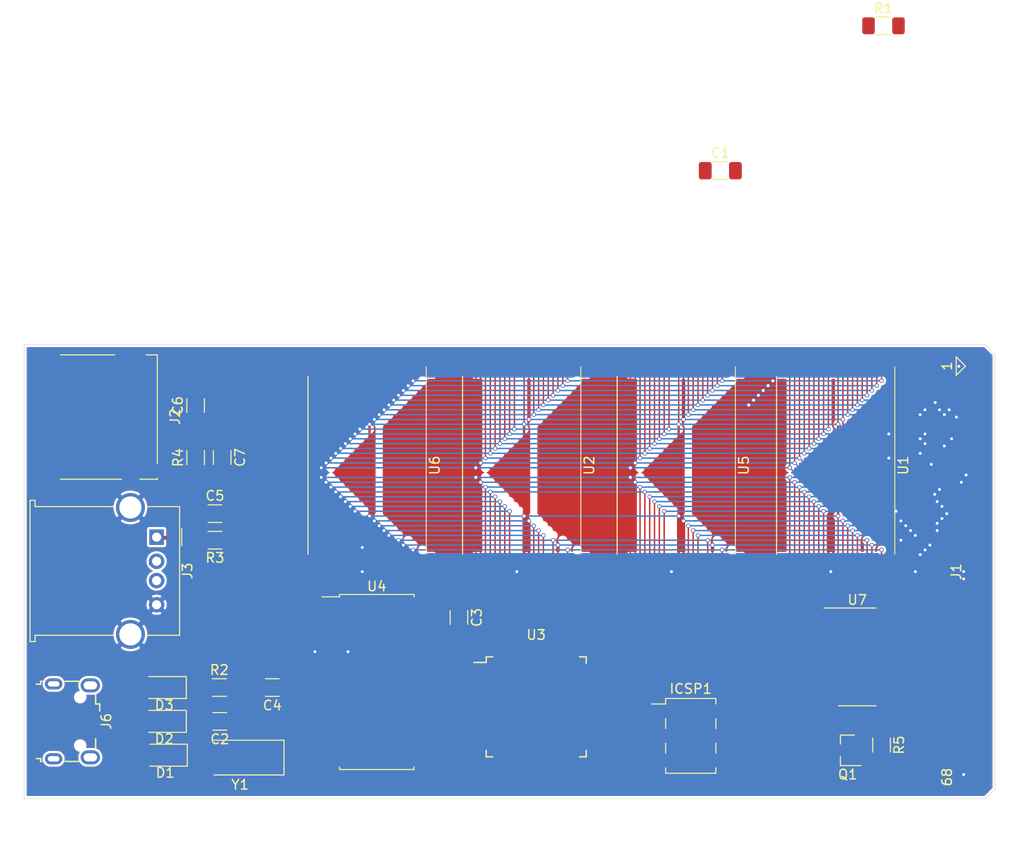
<source format=kicad_pcb>
(kicad_pcb (version 20171130) (host pcbnew "(5.1.10-1-10_14)")
  (layers (0 F.Cu signal) (31 B.Cu signal) (34 B.Paste user) (35 F.Paste user) (36 B.SilkS user) (37 F.SilkS user) (38 B.Mask user) (39 F.Mask user) (44 Edge.Cuts user))
  (net 0 "")
  (net 1 "Net-(J1-Pad60)")
  (net 2 "Net-(J1-Pad63)")
  (net 3 "Net-(J1-Pad62)")
  (net 4 "Net-(J1-Pad59)")
  (net 5 "Net-(J1-Pad57)")
  (net 6 "Net-(J1-Pad52)")
  (net 7 "Net-(J1-Pad45)")
  (net 8 "Net-(J1-Pad44)")
  (net 9 "Net-(J1-Pad43)")
  (net 10 "Net-(J1-Pad33)")
  (net 11 "Net-(J1-Pad18)")
  (net 12 "Net-(J1-Pad16)")
  (net 13 "Net-(U1-Pad42)")
  (net 14 "Net-(U2-Pad42)")
  (net 15 "Net-(D1-Pad2)")
  (net 16 "Net-(D1-Pad1)")
  (net 17 "Net-(D2-Pad2)")
  (net 18 "Net-(D2-Pad1)")
  (net 19 "Net-(D3-Pad1)")
  (net 20 "Net-(U3-Pad24)")
  (net 21 "Net-(U3-Pad15)")
  (net 22 "Net-(U3-Pad42)")
  (net 23 "Net-(U3-Pad41)")
  (net 24 "Net-(U3-Pad40)")
  (net 25 "Net-(U3-Pad39)")
  (net 26 "Net-(U3-Pad38)")
  (net 27 "Net-(U3-Pad37)")
  (net 28 "Net-(U3-Pad36)")
  (net 29 "Net-(U3-Pad14)")
  (net 30 "Net-(U3-Pad33)")
  (net 31 "Net-(U3-Pad32)")
  (net 32 "Net-(U3-Pad31)")
  (net 33 "Net-(U3-Pad30)")
  (net 34 "Net-(U3-Pad29)")
  (net 35 "Net-(U3-Pad28)")
  (net 36 "Net-(U3-Pad27)")
  (net 37 "Net-(U3-Pad26)")
  (net 38 "Net-(U3-Pad25)")
  (net 39 "Net-(U3-Pad22)")
  (net 40 "Net-(U3-Pad21)")
  (net 41 "Net-(U3-Pad20)")
  (net 42 "Net-(U3-Pad19)")
  (net 43 "Net-(U3-Pad18)")
  (net 44 "Net-(U3-Pad17)")
  (net 45 "Net-(U3-Pad16)")
  (net 46 "Net-(U3-Pad13)")
  (net 47 "Net-(U3-Pad12)")
  (net 48 "Net-(U3-Pad11)")
  (net 49 "Net-(U3-Pad10)")
  (net 50 "Net-(U3-Pad9)")
  (net 51 "Net-(U3-Pad8)")
  (net 52 "Net-(U3-Pad7)")
  (net 53 "Net-(U3-Pad6)")
  (net 54 "Net-(U3-Pad5)")
  (net 55 "Net-(U3-Pad4)")
  (net 56 "Net-(U3-Pad3)")
  (net 57 "Net-(U3-Pad2)")
  (net 58 "Net-(U3-Pad1)")
  (net 59 "Net-(J6-Pad6)")
  (net 60 "Net-(J6-Pad5)")
  (net 61 "Net-(J6-Pad4)")
  (net 62 "Net-(J6-Pad3)")
  (net 63 "Net-(J6-Pad2)")
  (net 64 "Net-(J6-Pad1)")
  (net 65 "Net-(C1-Pad2)")
  (net 66 "Net-(C1-Pad1)")
  (net 67 GND)
  (net 68 "Net-(C2-Pad1)")
  (net 69 VCC)
  (net 70 "Net-(C4-Pad1)")
  (net 71 "Net-(C5-Pad1)")
  (net 72 +3V3)
  (net 73 "Net-(ICSP1-Pad6)")
  (net 74 "Net-(ICSP1-Pad5)")
  (net 75 "Net-(ICSP1-Pad4)")
  (net 76 "Net-(ICSP1-Pad3)")
  (net 77 "Net-(ICSP1-Pad2)")
  (net 78 "Net-(ICSP1-Pad1)")
  (net 79 /SD_CS)
  (net 80 /SD_DI)
  (net 81 "Net-(C6-Pad1)")
  (net 82 /SD_CK)
  (net 83 /SD_DO)
  (net 84 /USB_D+)
  (net 85 /USB_D-)
  (net 86 ~RESET)
  (net 87 "Net-(R1-Pad2)")
  (net 88 "Net-(R1-Pad1)")
  (net 89 "Net-(R2-Pad2)")
  (net 90 CH_RST)
  (net 91 /A21)
  (net 92 /~WR)
  (net 93 /~RD)
  (net 94 /D7)
  (net 95 /D6)
  (net 96 /D5)
  (net 97 /D4)
  (net 98 /D3)
  (net 99 /D2)
  (net 100 /D1)
  (net 101 /D0)
  (net 102 /A1)
  (net 103 /A2)
  (net 104 /A3)
  (net 105 /A4)
  (net 106 /A5)
  (net 107 /A6)
  (net 108 /A7)
  (net 109 /A8)
  (net 110 /A9)
  (net 111 /A10)
  (net 112 /A11)
  (net 113 /A12)
  (net 114 /~RCE)
  (net 115 /A13)
  (net 116 /A14)
  (net 117 /A15)
  (net 118 /A16)
  (net 119 /A17)
  (net 120 /A18)
  (net 121 /A19)
  (net 122 /A20)
  (net 123 /D15)
  (net 124 /D14)
  (net 125 /D13)
  (net 126 /D12)
  (net 127 /D11)
  (net 128 /D10)
  (net 129 /D9)
  (net 130 /D8)
  (net 131 /~UCE)
  (net 132 "Net-(U4-Pad13)")
  (net 133 /A0)
  (net 134 "Net-(U4-Pad6)")
  (net 135 USB_IRQ)
  (net 136 "Net-(U5-Pad42)")
  (net 137 "Net-(U6-Pad42)")
  (net 138 "Net-(Q1-Pad1)")
  (net 139 "Net-(U7-Pad15)")
  (net 140 /~MCE)
  (net 141 "Net-(U7-Pad10)")
  (net 142 "Net-(U7-Pad9)")
  (net 143 "Net-(U7-Pad7)")
  (net 144 "Net-(U7-Pad6)")
  (net 145 /A22)
  (net 146 ~CE1)
  (net 147 /A25)
  (net 148 /A24)
  (net 149 /A23)
  (net 150 ~CE2)
  (module Package_SO:SOIC-28W_7.5x17.9mm_P1.27mm (layer F.Cu) (at 76 84.925)
    (fp_text reference U4 (at 0 -9.9) (layer F.SilkS))
    (fp_text value CH376S)
    (pad 28 smd roundrect (at 4.65 -8.255) (size 2.05 0.6) (layers F.Cu F.Paste F.Mask) (net 69 VCC))
    (pad 27 smd roundrect (at 4.65 -6.985) (size 2.05 0.6) (layers F.Cu F.Paste F.Mask) (net 131 /~UCE))
    (pad 26 smd roundrect (at 4.65 -5.715) (size 2.05 0.6) (layers F.Cu F.Paste F.Mask) (net 82 /SD_CK))
    (pad 25 smd roundrect (at 4.65 -4.445) (size 2.05 0.6) (layers F.Cu F.Paste F.Mask) (net 83 /SD_DO))
    (pad 24 smd roundrect (at 4.65 -3.175) (size 2.05 0.6) (layers F.Cu F.Paste F.Mask) (net 89 "Net-(R2-Pad2)"))
    (pad 23 smd roundrect (at 4.65 -1.905) (size 2.05 0.6) (layers F.Cu F.Paste F.Mask) (net 79 /SD_CS))
    (pad 22 smd roundrect (at 4.65 -0.635) (size 2.05 0.6) (layers F.Cu F.Paste F.Mask) (net 94 /D7))
    (pad 21 smd roundrect (at 4.65 0.635) (size 2.05 0.6) (layers F.Cu F.Paste F.Mask) (net 95 /D6))
    (pad 20 smd roundrect (at 4.65 1.905) (size 2.05 0.6) (layers F.Cu F.Paste F.Mask) (net 96 /D5))
    (pad 19 smd roundrect (at 4.65 3.175) (size 2.05 0.6) (layers F.Cu F.Paste F.Mask) (net 97 /D4))
    (pad 18 smd roundrect (at 4.65 4.445) (size 2.05 0.6) (layers F.Cu F.Paste F.Mask) (net 98 /D3))
    (pad 17 smd roundrect (at 4.65 5.715) (size 2.05 0.6) (layers F.Cu F.Paste F.Mask) (net 99 /D2))
    (pad 16 smd roundrect (at 4.65 6.985) (size 2.05 0.6) (layers F.Cu F.Paste F.Mask) (net 100 /D1))
    (pad 15 smd roundrect (at 4.65 8.255) (size 2.05 0.6) (layers F.Cu F.Paste F.Mask) (net 101 /D0))
    (pad 14 smd roundrect (at -4.65 8.255) (size 2.05 0.6) (layers F.Cu F.Paste F.Mask) (net 68 "Net-(C2-Pad1)"))
    (pad 13 smd roundrect (at -4.65 6.985) (size 2.05 0.6) (layers F.Cu F.Paste F.Mask) (net 132 "Net-(U4-Pad13)"))
    (pad 12 smd roundrect (at -4.65 5.715) (size 2.05 0.6) (layers F.Cu F.Paste F.Mask) (net 67 GND))
    (pad 11 smd roundrect (at -4.65 4.445) (size 2.05 0.6) (layers F.Cu F.Paste F.Mask) (net 85 /USB_D-))
    (pad 10 smd roundrect (at -4.65 3.175) (size 2.05 0.6) (layers F.Cu F.Paste F.Mask) (net 84 /USB_D+))
    (pad 9 smd roundrect (at -4.65 1.905) (size 2.05 0.6) (layers F.Cu F.Paste F.Mask) (net 70 "Net-(C4-Pad1)"))
    (pad 8 smd roundrect (at -4.65 0.635) (size 2.05 0.6) (layers F.Cu F.Paste F.Mask) (net 133 /A0))
    (pad 7 smd roundrect (at -4.65 -0.635) (size 2.05 0.6) (layers F.Cu F.Paste F.Mask) (net 80 /SD_DI))
    (pad 6 smd roundrect (at -4.65 -1.905) (size 2.05 0.6) (layers F.Cu F.Paste F.Mask) (net 134 "Net-(U4-Pad6)"))
    (pad 5 smd roundrect (at -4.65 -3.175) (size 2.05 0.6) (layers F.Cu F.Paste F.Mask) (net 67 GND))
    (pad 4 smd roundrect (at -4.65 -4.445) (size 2.05 0.6) (layers F.Cu F.Paste F.Mask) (net 93 /~RD))
    (pad 3 smd roundrect (at -4.65 -5.715) (size 2.05 0.6) (layers F.Cu F.Paste F.Mask) (net 92 /~WR))
    (pad 2 smd roundrect (at -4.65 -6.985) (size 2.05 0.6) (layers F.Cu F.Paste F.Mask) (net 90 CH_RST))
    (pad 1 smd roundrect (at -4.65 -8.255) (size 2.05 0.6) (layers F.Cu F.Paste F.Mask) (net 135 USB_IRQ))
  )
  (module PCMCIA:PCMCIA-Female (layer F.Cu) (at 138.2 73.5 270)
    (fp_text reference J1 (at 0 2.2225 90) (layer F.SilkS))
    (fp_text value "PCMCIA Plug")
    (fp_text user 68 (at 21.2725 3.175 90) (layer F.SilkS))
    (fp_text user 1 (at -21.2725 3.175 90) (layer F.SilkS))
    (pad 68 smd rect (at 21.2725 0 270) (size 0.4 1.5) (layers F.Cu F.Paste F.Mask) (net 67 GND))
    (pad 67 smd rect (at 20.6375 0 270) (size 0.4 1.5) (layers F.Cu F.Paste F.Mask) (net 67 GND))
    (pad 66 smd rect (at 20.0025 0 270) (size 0.4 1.5) (layers F.Cu F.Paste F.Mask) (net 128 /D10))
    (pad 65 smd rect (at 19.3675 0 270) (size 0.4 1.5) (layers F.Cu F.Paste F.Mask) (net 129 /D9))
    (pad 64 smd rect (at 18.7325 0 270) (size 0.4 1.5) (layers F.Cu F.Paste F.Mask) (net 130 /D8))
    (pad 63 smd rect (at 18.0975 0 270) (size 0.4 1.5) (layers F.Cu F.Paste F.Mask) (net 2 "Net-(J1-Pad63)"))
    (pad 62 smd rect (at 17.4625 0 270) (size 0.4 1.5) (layers F.Cu F.Paste F.Mask) (net 3 "Net-(J1-Pad62)"))
    (pad 61 smd rect (at 16.8275 0 270) (size 0.4 1.5) (layers F.Cu F.Paste F.Mask))
    (pad 60 smd rect (at 16.1925 0 270) (size 0.4 1.5) (layers F.Cu F.Paste F.Mask) (net 1 "Net-(J1-Pad60)"))
    (pad 59 smd rect (at 15.5575 0 270) (size 0.4 1.5) (layers F.Cu F.Paste F.Mask) (net 4 "Net-(J1-Pad59)"))
    (pad 58 smd rect (at 14.9225 0 270) (size 0.4 1.5) (layers F.Cu F.Paste F.Mask) (net 90 CH_RST))
    (pad 57 smd rect (at 14.2875 0 270) (size 0.4 1.5) (layers F.Cu F.Paste F.Mask) (net 5 "Net-(J1-Pad57)"))
    (pad 56 smd rect (at 13.6525 0 270) (size 0.4 1.5) (layers F.Cu F.Paste F.Mask) (net 147 /A25))
    (pad 55 smd rect (at 13.0175 0 270) (size 0.4 1.5) (layers F.Cu F.Paste F.Mask) (net 148 /A24))
    (pad 54 smd rect (at 12.3825 0 270) (size 0.4 1.5) (layers F.Cu F.Paste F.Mask) (net 149 /A23))
    (pad 53 smd rect (at 11.7475 0 270) (size 0.4 1.5) (layers F.Cu F.Paste F.Mask) (net 145 /A22))
    (pad 52 smd rect (at 11.1125 0 270) (size 0.4 1.5) (layers F.Cu F.Paste F.Mask) (net 6 "Net-(J1-Pad52)"))
    (pad 51 smd rect (at 10.4775 0 270) (size 0.4 1.5) (layers F.Cu F.Paste F.Mask) (net 69 VCC))
    (pad 50 smd rect (at 9.8425 0 270) (size 0.4 1.5) (layers F.Cu F.Paste F.Mask) (net 91 /A21))
    (pad 49 smd rect (at 9.2075 0 270) (size 0.4 1.5) (layers F.Cu F.Paste F.Mask) (net 122 /A20))
    (pad 48 smd rect (at 8.5725 0 270) (size 0.4 1.5) (layers F.Cu F.Paste F.Mask) (net 121 /A19))
    (pad 47 smd rect (at 7.9375 0 270) (size 0.4 1.5) (layers F.Cu F.Paste F.Mask) (net 120 /A18))
    (pad 46 smd rect (at 7.3025 0 270) (size 0.4 1.5) (layers F.Cu F.Paste F.Mask) (net 119 /A17))
    (pad 45 smd rect (at 6.6675 0 270) (size 0.4 1.5) (layers F.Cu F.Paste F.Mask) (net 7 "Net-(J1-Pad45)"))
    (pad 44 smd rect (at 6.0325 0 270) (size 0.4 1.5) (layers F.Cu F.Paste F.Mask) (net 8 "Net-(J1-Pad44)"))
    (pad 43 smd rect (at 5.3975 0 270) (size 0.4 1.5) (layers F.Cu F.Paste F.Mask) (net 9 "Net-(J1-Pad43)"))
    (pad 42 smd rect (at 4.7625 0 270) (size 0.4 1.5) (layers F.Cu F.Paste F.Mask) (net 150 ~CE2))
    (pad 41 smd rect (at 4.1275 0 270) (size 0.4 1.5) (layers F.Cu F.Paste F.Mask) (net 123 /D15))
    (pad 40 smd rect (at 3.4925 0 270) (size 0.4 1.5) (layers F.Cu F.Paste F.Mask) (net 124 /D14))
    (pad 39 smd rect (at 2.8575 0 270) (size 0.4 1.5) (layers F.Cu F.Paste F.Mask))
    (pad 38 smd rect (at 2.2225 0 270) (size 0.4 1.5) (layers F.Cu F.Paste F.Mask) (net 126 /D12))
    (pad 37 smd rect (at 1.5875 0 270) (size 0.4 1.5) (layers F.Cu F.Paste F.Mask) (net 127 /D11))
    (pad 36 smd rect (at 0.9525 0 270) (size 0.4 1.5) (layers F.Cu F.Paste F.Mask) (net 67 GND))
    (pad 35 smd rect (at 0.3175 0 270) (size 0.4 1.5) (layers F.Cu F.Paste F.Mask) (net 67 GND))
    (pad 34 smd rect (at -0.3175 0 270) (size 0.4 1.5) (layers F.Cu F.Paste F.Mask) (net 67 GND))
    (pad 33 smd rect (at -0.9525 0 270) (size 0.4 1.5) (layers F.Cu F.Paste F.Mask) (net 10 "Net-(J1-Pad33)"))
    (pad 32 smd rect (at -1.5875 0 270) (size 0.4 1.5) (layers F.Cu F.Paste F.Mask) (net 99 /D2))
    (pad 31 smd rect (at -2.2225 0 270) (size 0.4 1.5) (layers F.Cu F.Paste F.Mask) (net 100 /D1))
    (pad 30 smd rect (at -2.8575 0 270) (size 0.4 1.5) (layers F.Cu F.Paste F.Mask) (net 101 /D0))
    (pad 29 smd rect (at -3.4925 0 270) (size 0.4 1.5) (layers F.Cu F.Paste F.Mask) (net 133 /A0))
    (pad 28 smd rect (at -4.1275 0 270) (size 0.4 1.5) (layers F.Cu F.Paste F.Mask) (net 102 /A1))
    (pad 27 smd rect (at -4.7625 0 270) (size 0.4 1.5) (layers F.Cu F.Paste F.Mask) (net 103 /A2))
    (pad 26 smd rect (at -5.3975 0 270) (size 0.4 1.5) (layers F.Cu F.Paste F.Mask) (net 104 /A3))
    (pad 25 smd rect (at -6.0325 0 270) (size 0.4 1.5) (layers F.Cu F.Paste F.Mask) (net 105 /A4))
    (pad 24 smd rect (at -6.6675 0 270) (size 0.4 1.5) (layers F.Cu F.Paste F.Mask) (net 106 /A5))
    (pad 23 smd rect (at -7.3025 0 270) (size 0.4 1.5) (layers F.Cu F.Paste F.Mask) (net 107 /A6))
    (pad 22 smd rect (at -7.9375 0 270) (size 0.4 1.5) (layers F.Cu F.Paste F.Mask) (net 108 /A7))
    (pad 21 smd rect (at -8.5725 0 270) (size 0.4 1.5) (layers F.Cu F.Paste F.Mask) (net 113 /A12))
    (pad 20 smd rect (at -9.2075 0 270) (size 0.4 1.5) (layers F.Cu F.Paste F.Mask) (net 117 /A15))
    (pad 19 smd rect (at -9.8425 0 270) (size 0.4 1.5) (layers F.Cu F.Paste F.Mask) (net 118 /A16))
    (pad 18 smd rect (at -10.4775 0 270) (size 0.4 1.5) (layers F.Cu F.Paste F.Mask) (net 11 "Net-(J1-Pad18)"))
    (pad 17 smd rect (at -11.1125 0 270) (size 0.4 1.5) (layers F.Cu F.Paste F.Mask) (net 69 VCC))
    (pad 16 smd rect (at -11.7475 0 270) (size 0.4 1.5) (layers F.Cu F.Paste F.Mask) (net 12 "Net-(J1-Pad16)"))
    (pad 15 smd rect (at -12.3825 0 270) (size 0.4 1.5) (layers F.Cu F.Paste F.Mask) (net 92 /~WR))
    (pad 14 smd rect (at -13.0175 0 270) (size 0.4 1.5) (layers F.Cu F.Paste F.Mask) (net 116 /A14))
    (pad 13 smd rect (at -13.6525 0 270) (size 0.4 1.5) (layers F.Cu F.Paste F.Mask) (net 115 /A13))
    (pad 12 smd rect (at -14.2875 0 270) (size 0.4 1.5) (layers F.Cu F.Paste F.Mask) (net 109 /A8))
    (pad 11 smd rect (at -14.9225 0 270) (size 0.4 1.5) (layers F.Cu F.Paste F.Mask) (net 110 /A9))
    (pad 10 smd rect (at -15.5575 0 270) (size 0.4 1.5) (layers F.Cu F.Paste F.Mask) (net 111 /A10))
    (pad 9 smd rect (at -16.1925 0 270) (size 0.4 1.5) (layers F.Cu F.Paste F.Mask) (net 125 /D13))
    (pad 8 smd rect (at -16.8275 0 270) (size 0.4 1.5) (layers F.Cu F.Paste F.Mask) (net 112 /A11))
    (pad 7 smd rect (at -17.4625 0 270) (size 0.4 1.5) (layers F.Cu F.Paste F.Mask) (net 146 ~CE1))
    (pad 6 smd rect (at -18.0975 0 270) (size 0.4 1.5) (layers F.Cu F.Paste F.Mask) (net 94 /D7))
    (pad 5 smd rect (at -18.7325 0 270) (size 0.4 1.5) (layers F.Cu F.Paste F.Mask) (net 95 /D6))
    (pad 4 smd rect (at -19.3675 0 270) (size 0.4 1.5) (layers F.Cu F.Paste F.Mask) (net 96 /D5))
    (pad 3 smd rect (at -20.0025 0 270) (size 0.4 1.5) (layers F.Cu F.Paste F.Mask) (net 97 /D4))
    (pad 2 smd rect (at -20.6375 0 270) (size 0.4 1.5) (layers F.Cu F.Paste F.Mask) (net 98 /D3))
    (pad 1 smd rect (at -21.2725 0 270) (size 0.4 1.5) (layers F.Cu F.Paste F.Mask) (net 67 GND))
  )
  (module Crystal:Crystal_SMD_5032-2Pin_5.0x3.2mm_HandSoldering (layer F.Cu) (at 61.85 92.75 180)
    (fp_text reference Y1 (at 0 -2.8) (layer F.SilkS))
    (fp_text value Crystal)
    (pad 2 smd rect (at 2.6 0 180) (size 3.5 2.4) (layers F.Cu F.Paste F.Mask) (net 132 "Net-(U4-Pad13)"))
    (pad 1 smd rect (at -2.6 0 180) (size 3.5 2.4) (layers F.Cu F.Paste F.Mask) (net 68 "Net-(C2-Pad1)"))
  )
  (module Package_SO:SO-16_3.9x9.9mm_P1.27mm (layer F.Cu) (at 125.734 82.328)
    (fp_text reference U7 (at 0 -5.9) (layer F.SilkS))
    (fp_text value 74LS139)
    (pad 16 smd roundrect (at 2.575 -4.445) (size 1.75 0.6) (layers F.Cu F.Paste F.Mask))
    (pad 15 smd roundrect (at 2.575 -3.175) (size 1.75 0.6) (layers F.Cu F.Paste F.Mask) (net 139 "Net-(U7-Pad15)"))
    (pad 14 smd roundrect (at 2.575 -1.905) (size 1.75 0.6) (layers F.Cu F.Paste F.Mask) (net 109 /A8))
    (pad 13 smd roundrect (at 2.575 -0.635) (size 1.75 0.6) (layers F.Cu F.Paste F.Mask) (net 110 /A9))
    (pad 12 smd roundrect (at 2.575 0.635) (size 1.75 0.6) (layers F.Cu F.Paste F.Mask) (net 131 /~UCE))
    (pad 11 smd roundrect (at 2.575 1.905) (size 1.75 0.6) (layers F.Cu F.Paste F.Mask) (net 140 /~MCE))
    (pad 10 smd roundrect (at 2.575 3.175) (size 1.75 0.6) (layers F.Cu F.Paste F.Mask) (net 141 "Net-(U7-Pad10)"))
    (pad 9 smd roundrect (at 2.575 4.445) (size 1.75 0.6) (layers F.Cu F.Paste F.Mask) (net 142 "Net-(U7-Pad9)"))
    (pad 8 smd roundrect (at -2.575 4.445) (size 1.75 0.6) (layers F.Cu F.Paste F.Mask))
    (pad 7 smd roundrect (at -2.575 3.175) (size 1.75 0.6) (layers F.Cu F.Paste F.Mask) (net 143 "Net-(U7-Pad7)"))
    (pad 6 smd roundrect (at -2.575 1.905) (size 1.75 0.6) (layers F.Cu F.Paste F.Mask) (net 144 "Net-(U7-Pad6)"))
    (pad 5 smd roundrect (at -2.575 0.635) (size 1.75 0.6) (layers F.Cu F.Paste F.Mask) (net 139 "Net-(U7-Pad15)"))
    (pad 4 smd roundrect (at -2.575 -0.635) (size 1.75 0.6) (layers F.Cu F.Paste F.Mask) (net 114 /~RCE))
    (pad 3 smd roundrect (at -2.575 -1.905) (size 1.75 0.6) (layers F.Cu F.Paste F.Mask) (net 67 GND))
    (pad 2 smd roundrect (at -2.575 -3.175) (size 1.75 0.6) (layers F.Cu F.Paste F.Mask) (net 145 /A22))
    (pad 1 smd roundrect (at -2.575 -4.445) (size 1.75 0.6) (layers F.Cu F.Paste F.Mask) (net 146 ~CE1))
  )
  (module Capacitor_SMD:C_1206_3216Metric_Pad1.33x1.80mm_HandSolder (layer F.Cu) (at 60 61.6875 270)
    (fp_text reference C7 (at 0 -1.85 90) (layer F.SilkS))
    (fp_text value 0.uf)
    (pad 2 smd roundrect (at 1.5625 0 270) (size 1.325 1.8) (layers F.Cu F.Paste F.Mask) (roundrect_rratio 0.188679) (net 67 GND))
    (pad 1 smd roundrect (at -1.5625 0 270) (size 1.325 1.8) (layers F.Cu F.Paste F.Mask) (roundrect_rratio 0.188679) (net 81 "Net-(C6-Pad1)"))
  )
  (module Capacitor_SMD:C_1206_3216Metric_Pad1.33x1.80mm_HandSolder (layer F.Cu) (at 57.25 56.3125 90)
    (fp_text reference C6 (at 0 -1.85 90) (layer F.SilkS))
    (fp_text value 10uf)
    (pad 2 smd roundrect (at 1.5625 0 90) (size 1.325 1.8) (layers F.Cu F.Paste F.Mask) (roundrect_rratio 0.188679) (net 67 GND))
    (pad 1 smd roundrect (at -1.5625 0 90) (size 1.325 1.8) (layers F.Cu F.Paste F.Mask) (roundrect_rratio 0.188679) (net 81 "Net-(C6-Pad1)"))
  )
  (module Package_TO_SOT_SMD:SOT-23 (layer F.Cu) (at 124.75 92 180)
    (fp_text reference Q1 (at 0 -2.5) (layer F.SilkS))
    (fp_text value BC847)
    (pad 3 smd rect (at 1 0 180) (size 0.9 0.8) (layers F.Cu F.Paste F.Mask) (net 86 ~RESET))
    (pad 2 smd rect (at -1 0.95 180) (size 0.9 0.8) (layers F.Cu F.Paste F.Mask) (net 67 GND))
    (pad 1 smd rect (at -1 -0.95 180) (size 0.9 0.8) (layers F.Cu F.Paste F.Mask) (net 138 "Net-(Q1-Pad1)"))
  )
  (module Package_SO:TSOP-I-48_18.4x12mm_P0.5mm (layer F.Cu) (at 75 62.5 270)
    (fp_text reference U6 (at 0 -7 90) (layer F.SilkS))
    (fp_text value 29F016-TSOP-SP)
    (pad 1 smd rect (at -9.75 -5.75 270) (size 1.1 0.25) (layers F.Cu F.Paste F.Mask))
    (pad 25 smd rect (at 9.75 5.75 270) (size 1.1 0.25) (layers F.Cu F.Paste F.Mask))
    (pad 2 smd rect (at -9.75 -5.25 270) (size 1.1 0.25) (layers F.Cu F.Paste F.Mask))
    (pad 3 smd rect (at -9.75 -4.75 270) (size 1.1 0.25) (layers F.Cu F.Paste F.Mask) (net 122 /A20))
    (pad 4 smd rect (at -9.75 -4.25 270) (size 1.1 0.25) (layers F.Cu F.Paste F.Mask) (net 121 /A19))
    (pad 5 smd rect (at -9.75 -3.75 270) (size 1.1 0.25) (layers F.Cu F.Paste F.Mask) (net 120 /A18))
    (pad 6 smd rect (at -9.75 -3.25 270) (size 1.1 0.25) (layers F.Cu F.Paste F.Mask) (net 119 /A17))
    (pad 7 smd rect (at -9.75 -2.75 270) (size 1.1 0.25) (layers F.Cu F.Paste F.Mask) (net 118 /A16))
    (pad 8 smd rect (at -9.75 -2.25 270) (size 1.1 0.25) (layers F.Cu F.Paste F.Mask) (net 117 /A15))
    (pad 9 smd rect (at -9.75 -1.75 270) (size 1.1 0.25) (layers F.Cu F.Paste F.Mask) (net 116 /A14))
    (pad 10 smd rect (at -9.75 -1.25 270) (size 1.1 0.25) (layers F.Cu F.Paste F.Mask) (net 115 /A13))
    (pad 11 smd rect (at -9.75 -0.75 270) (size 1.1 0.25) (layers F.Cu F.Paste F.Mask) (net 114 /~RCE))
    (pad 12 smd rect (at -9.75 -0.25 270) (size 1.1 0.25) (layers F.Cu F.Paste F.Mask) (net 69 VCC))
    (pad 13 smd rect (at -9.75 0.25 270) (size 1.1 0.25) (layers F.Cu F.Paste F.Mask))
    (pad 14 smd rect (at -9.75 0.75 270) (size 1.1 0.25) (layers F.Cu F.Paste F.Mask) (net 86 ~RESET))
    (pad 15 smd rect (at -9.75 1.25 270) (size 1.1 0.25) (layers F.Cu F.Paste F.Mask) (net 113 /A12))
    (pad 16 smd rect (at -9.75 1.75 270) (size 1.1 0.25) (layers F.Cu F.Paste F.Mask) (net 112 /A11))
    (pad 17 smd rect (at -9.75 2.25 270) (size 1.1 0.25) (layers F.Cu F.Paste F.Mask) (net 111 /A10))
    (pad 18 smd rect (at -9.75 2.75 270) (size 1.1 0.25) (layers F.Cu F.Paste F.Mask) (net 110 /A9))
    (pad 19 smd rect (at -9.75 3.25 270) (size 1.1 0.25) (layers F.Cu F.Paste F.Mask) (net 109 /A8))
    (pad 20 smd rect (at -9.75 3.75 270) (size 1.1 0.25) (layers F.Cu F.Paste F.Mask) (net 108 /A7))
    (pad 21 smd rect (at -9.75 4.25 270) (size 1.1 0.25) (layers F.Cu F.Paste F.Mask) (net 107 /A6))
    (pad 22 smd rect (at -9.75 4.75 270) (size 1.1 0.25) (layers F.Cu F.Paste F.Mask) (net 106 /A5))
    (pad 23 smd rect (at -9.75 5.25 270) (size 1.1 0.25) (layers F.Cu F.Paste F.Mask))
    (pad 24 smd rect (at -9.75 5.75 270) (size 1.1 0.25) (layers F.Cu F.Paste F.Mask))
    (pad 26 smd rect (at 9.75 5.25 270) (size 1.1 0.25) (layers F.Cu F.Paste F.Mask))
    (pad 27 smd rect (at 9.75 4.75 270) (size 1.1 0.25) (layers F.Cu F.Paste F.Mask) (net 105 /A4))
    (pad 28 smd rect (at 9.75 4.25 270) (size 1.1 0.25) (layers F.Cu F.Paste F.Mask) (net 104 /A3))
    (pad 29 smd rect (at 9.75 3.75 270) (size 1.1 0.25) (layers F.Cu F.Paste F.Mask) (net 103 /A2))
    (pad 30 smd rect (at 9.75 3.25 270) (size 1.1 0.25) (layers F.Cu F.Paste F.Mask) (net 102 /A1))
    (pad 31 smd rect (at 9.75 2.75 270) (size 1.1 0.25) (layers F.Cu F.Paste F.Mask) (net 130 /D8))
    (pad 32 smd rect (at 9.75 2.25 270) (size 1.1 0.25) (layers F.Cu F.Paste F.Mask) (net 129 /D9))
    (pad 33 smd rect (at 9.75 1.75 270) (size 1.1 0.25) (layers F.Cu F.Paste F.Mask) (net 128 /D10))
    (pad 34 smd rect (at 9.75 1.25 270) (size 1.1 0.25) (layers F.Cu F.Paste F.Mask) (net 127 /D11))
    (pad 35 smd rect (at 9.75 0.75 270) (size 1.1 0.25) (layers F.Cu F.Paste F.Mask) (net 67 GND))
    (pad 36 smd rect (at 9.75 0.25 270) (size 1.1 0.25) (layers F.Cu F.Paste F.Mask) (net 67 GND))
    (pad 37 smd rect (at 9.75 -0.25 270) (size 1.1 0.25) (layers F.Cu F.Paste F.Mask) (net 69 VCC))
    (pad 38 smd rect (at 9.75 -0.75 270) (size 1.1 0.25) (layers F.Cu F.Paste F.Mask) (net 126 /D12))
    (pad 39 smd rect (at 9.75 -1.25 270) (size 1.1 0.25) (layers F.Cu F.Paste F.Mask) (net 125 /D13))
    (pad 40 smd rect (at 9.75 -1.75 270) (size 1.1 0.25) (layers F.Cu F.Paste F.Mask) (net 124 /D14))
    (pad 41 smd rect (at 9.75 -2.25 270) (size 1.1 0.25) (layers F.Cu F.Paste F.Mask) (net 123 /D15))
    (pad 42 smd rect (at 9.75 -2.75 270) (size 1.1 0.25) (layers F.Cu F.Paste F.Mask) (net 137 "Net-(U6-Pad42)"))
    (pad 43 smd rect (at 9.75 -3.25 270) (size 1.1 0.25) (layers F.Cu F.Paste F.Mask) (net 93 /~RD))
    (pad 44 smd rect (at 9.75 -3.75 270) (size 1.1 0.25) (layers F.Cu F.Paste F.Mask) (net 92 /~WR))
    (pad 45 smd rect (at 9.75 -4.25 270) (size 1.1 0.25) (layers F.Cu F.Paste F.Mask))
    (pad 46 smd rect (at 9.75 -4.75 270) (size 1.1 0.25) (layers F.Cu F.Paste F.Mask) (net 91 /A21))
    (pad 47 smd rect (at 9.75 -5.25 270) (size 1.1 0.25) (layers F.Cu F.Paste F.Mask))
    (pad 48 smd rect (at 9.75 -5.75 270) (size 1.1 0.25) (layers F.Cu F.Paste F.Mask))
  )
  (module Package_SO:TSOP-I-48_18.4x12mm_P0.5mm (layer F.Cu) (at 107 62.5 270)
    (fp_text reference U5 (at 0 -7 90) (layer F.SilkS))
    (fp_text value 29F016-TSOP-SP)
    (pad 1 smd rect (at -9.75 -5.75 270) (size 1.1 0.25) (layers F.Cu F.Paste F.Mask))
    (pad 25 smd rect (at 9.75 5.75 270) (size 1.1 0.25) (layers F.Cu F.Paste F.Mask))
    (pad 2 smd rect (at -9.75 -5.25 270) (size 1.1 0.25) (layers F.Cu F.Paste F.Mask))
    (pad 3 smd rect (at -9.75 -4.75 270) (size 1.1 0.25) (layers F.Cu F.Paste F.Mask) (net 122 /A20))
    (pad 4 smd rect (at -9.75 -4.25 270) (size 1.1 0.25) (layers F.Cu F.Paste F.Mask) (net 121 /A19))
    (pad 5 smd rect (at -9.75 -3.75 270) (size 1.1 0.25) (layers F.Cu F.Paste F.Mask) (net 120 /A18))
    (pad 6 smd rect (at -9.75 -3.25 270) (size 1.1 0.25) (layers F.Cu F.Paste F.Mask) (net 119 /A17))
    (pad 7 smd rect (at -9.75 -2.75 270) (size 1.1 0.25) (layers F.Cu F.Paste F.Mask) (net 118 /A16))
    (pad 8 smd rect (at -9.75 -2.25 270) (size 1.1 0.25) (layers F.Cu F.Paste F.Mask) (net 117 /A15))
    (pad 9 smd rect (at -9.75 -1.75 270) (size 1.1 0.25) (layers F.Cu F.Paste F.Mask) (net 116 /A14))
    (pad 10 smd rect (at -9.75 -1.25 270) (size 1.1 0.25) (layers F.Cu F.Paste F.Mask) (net 115 /A13))
    (pad 11 smd rect (at -9.75 -0.75 270) (size 1.1 0.25) (layers F.Cu F.Paste F.Mask) (net 114 /~RCE))
    (pad 12 smd rect (at -9.75 -0.25 270) (size 1.1 0.25) (layers F.Cu F.Paste F.Mask) (net 69 VCC))
    (pad 13 smd rect (at -9.75 0.25 270) (size 1.1 0.25) (layers F.Cu F.Paste F.Mask))
    (pad 14 smd rect (at -9.75 0.75 270) (size 1.1 0.25) (layers F.Cu F.Paste F.Mask) (net 86 ~RESET))
    (pad 15 smd rect (at -9.75 1.25 270) (size 1.1 0.25) (layers F.Cu F.Paste F.Mask) (net 113 /A12))
    (pad 16 smd rect (at -9.75 1.75 270) (size 1.1 0.25) (layers F.Cu F.Paste F.Mask) (net 112 /A11))
    (pad 17 smd rect (at -9.75 2.25 270) (size 1.1 0.25) (layers F.Cu F.Paste F.Mask) (net 111 /A10))
    (pad 18 smd rect (at -9.75 2.75 270) (size 1.1 0.25) (layers F.Cu F.Paste F.Mask) (net 110 /A9))
    (pad 19 smd rect (at -9.75 3.25 270) (size 1.1 0.25) (layers F.Cu F.Paste F.Mask) (net 109 /A8))
    (pad 20 smd rect (at -9.75 3.75 270) (size 1.1 0.25) (layers F.Cu F.Paste F.Mask) (net 108 /A7))
    (pad 21 smd rect (at -9.75 4.25 270) (size 1.1 0.25) (layers F.Cu F.Paste F.Mask) (net 107 /A6))
    (pad 22 smd rect (at -9.75 4.75 270) (size 1.1 0.25) (layers F.Cu F.Paste F.Mask) (net 106 /A5))
    (pad 23 smd rect (at -9.75 5.25 270) (size 1.1 0.25) (layers F.Cu F.Paste F.Mask))
    (pad 24 smd rect (at -9.75 5.75 270) (size 1.1 0.25) (layers F.Cu F.Paste F.Mask))
    (pad 26 smd rect (at 9.75 5.25 270) (size 1.1 0.25) (layers F.Cu F.Paste F.Mask))
    (pad 27 smd rect (at 9.75 4.75 270) (size 1.1 0.25) (layers F.Cu F.Paste F.Mask) (net 105 /A4))
    (pad 28 smd rect (at 9.75 4.25 270) (size 1.1 0.25) (layers F.Cu F.Paste F.Mask) (net 104 /A3))
    (pad 29 smd rect (at 9.75 3.75 270) (size 1.1 0.25) (layers F.Cu F.Paste F.Mask) (net 103 /A2))
    (pad 30 smd rect (at 9.75 3.25 270) (size 1.1 0.25) (layers F.Cu F.Paste F.Mask) (net 102 /A1))
    (pad 31 smd rect (at 9.75 2.75 270) (size 1.1 0.25) (layers F.Cu F.Paste F.Mask) (net 101 /D0))
    (pad 32 smd rect (at 9.75 2.25 270) (size 1.1 0.25) (layers F.Cu F.Paste F.Mask) (net 100 /D1))
    (pad 33 smd rect (at 9.75 1.75 270) (size 1.1 0.25) (layers F.Cu F.Paste F.Mask) (net 99 /D2))
    (pad 34 smd rect (at 9.75 1.25 270) (size 1.1 0.25) (layers F.Cu F.Paste F.Mask) (net 98 /D3))
    (pad 35 smd rect (at 9.75 0.75 270) (size 1.1 0.25) (layers F.Cu F.Paste F.Mask) (net 67 GND))
    (pad 36 smd rect (at 9.75 0.25 270) (size 1.1 0.25) (layers F.Cu F.Paste F.Mask) (net 67 GND))
    (pad 37 smd rect (at 9.75 -0.25 270) (size 1.1 0.25) (layers F.Cu F.Paste F.Mask) (net 69 VCC))
    (pad 38 smd rect (at 9.75 -0.75 270) (size 1.1 0.25) (layers F.Cu F.Paste F.Mask) (net 97 /D4))
    (pad 39 smd rect (at 9.75 -1.25 270) (size 1.1 0.25) (layers F.Cu F.Paste F.Mask) (net 96 /D5))
    (pad 40 smd rect (at 9.75 -1.75 270) (size 1.1 0.25) (layers F.Cu F.Paste F.Mask) (net 95 /D6))
    (pad 41 smd rect (at 9.75 -2.25 270) (size 1.1 0.25) (layers F.Cu F.Paste F.Mask) (net 94 /D7))
    (pad 42 smd rect (at 9.75 -2.75 270) (size 1.1 0.25) (layers F.Cu F.Paste F.Mask) (net 136 "Net-(U5-Pad42)"))
    (pad 43 smd rect (at 9.75 -3.25 270) (size 1.1 0.25) (layers F.Cu F.Paste F.Mask) (net 93 /~RD))
    (pad 44 smd rect (at 9.75 -3.75 270) (size 1.1 0.25) (layers F.Cu F.Paste F.Mask) (net 92 /~WR))
    (pad 45 smd rect (at 9.75 -4.25 270) (size 1.1 0.25) (layers F.Cu F.Paste F.Mask))
    (pad 46 smd rect (at 9.75 -4.75 270) (size 1.1 0.25) (layers F.Cu F.Paste F.Mask) (net 91 /A21))
    (pad 47 smd rect (at 9.75 -5.25 270) (size 1.1 0.25) (layers F.Cu F.Paste F.Mask))
    (pad 48 smd rect (at 9.75 -5.75 270) (size 1.1 0.25) (layers F.Cu F.Paste F.Mask))
  )
  (module Resistor_SMD:R_1206_3216Metric_Pad1.30x1.75mm_HandSolder (layer F.Cu) (at 128.25 91.45 270)
    (fp_text reference R5 (at 0 -1.82 90) (layer F.SilkS))
    (fp_text value 1k)
    (pad 2 smd roundrect (at 1.55 0 270) (size 1.3 1.75) (layers F.Cu F.Paste F.Mask) (roundrect_rratio 0.192308) (net 138 "Net-(Q1-Pad1)"))
    (pad 1 smd roundrect (at -1.55 0 270) (size 1.3 1.75) (layers F.Cu F.Paste F.Mask) (roundrect_rratio 0.192308) (net 90 CH_RST))
  )
  (module Resistor_SMD:R_1206_3216Metric_Pad1.30x1.75mm_HandSolder (layer F.Cu) (at 57.25 61.7 90)
    (fp_text reference R4 (at 0 -1.82 90) (layer F.SilkS))
    (fp_text value 1)
    (pad 2 smd roundrect (at 1.55 0 90) (size 1.3 1.75) (layers F.Cu F.Paste F.Mask) (roundrect_rratio 0.192308) (net 81 "Net-(C6-Pad1)"))
    (pad 1 smd roundrect (at -1.55 0 90) (size 1.3 1.75) (layers F.Cu F.Paste F.Mask) (roundrect_rratio 0.192308) (net 72 +3V3))
  )
  (module Resistor_SMD:R_1206_3216Metric_Pad1.30x1.75mm_HandSolder (layer F.Cu) (at 59.25 70.25 180)
    (fp_text reference R3 (at 0 -1.82) (layer F.SilkS))
    (fp_text value 1)
    (pad 2 smd roundrect (at 1.55 0 180) (size 1.3 1.75) (layers F.Cu F.Paste F.Mask) (roundrect_rratio 0.192308) (net 71 "Net-(C5-Pad1)"))
    (pad 1 smd roundrect (at -1.55 0 180) (size 1.3 1.75) (layers F.Cu F.Paste F.Mask) (roundrect_rratio 0.192308) (net 69 VCC))
  )
  (module Resistor_SMD:R_1206_3216Metric_Pad1.30x1.75mm_HandSolder (layer F.Cu) (at 59.7 85.5)
    (fp_text reference R2 (at 0 -1.82) (layer F.SilkS))
    (fp_text value 1k)
    (pad 2 smd roundrect (at 1.55 0) (size 1.3 1.75) (layers F.Cu F.Paste F.Mask) (roundrect_rratio 0.192308) (net 89 "Net-(R2-Pad2)"))
    (pad 1 smd roundrect (at -1.55 0) (size 1.3 1.75) (layers F.Cu F.Paste F.Mask) (roundrect_rratio 0.192308) (net 19 "Net-(D3-Pad1)"))
  )
  (module Resistor_SMD:R_1206_3216Metric_Pad1.30x1.75mm_HandSolder (layer F.Cu) (at 128.45 17)
    (fp_text reference R1 (at 0 -1.82) (layer F.SilkS))
    (fp_text value R_Small)
    (pad 2 smd roundrect (at 1.55 0) (size 1.3 1.75) (layers F.Cu F.Paste F.Mask) (roundrect_rratio 0.192308) (net 87 "Net-(R1-Pad2)"))
    (pad 1 smd roundrect (at -1.55 0) (size 1.3 1.75) (layers F.Cu F.Paste F.Mask) (roundrect_rratio 0.192308) (net 88 "Net-(R1-Pad1)"))
  )
  (module Capacitor_SMD:C_1206_3216Metric_Pad1.33x1.80mm_HandSolder (layer F.Cu) (at 59.25 67.5)
    (fp_text reference C5 (at 0 -1.85) (layer F.SilkS))
    (fp_text value 100uf)
    (pad 2 smd roundrect (at 1.5625 0) (size 1.325 1.8) (layers F.Cu F.Paste F.Mask) (roundrect_rratio 0.188679) (net 67 GND))
    (pad 1 smd roundrect (at -1.5625 0) (size 1.325 1.8) (layers F.Cu F.Paste F.Mask) (roundrect_rratio 0.188679) (net 71 "Net-(C5-Pad1)"))
  )
  (module Capacitor_SMD:C_1206_3216Metric_Pad1.33x1.80mm_HandSolder (layer F.Cu) (at 65.1875 85.5 180)
    (fp_text reference C4 (at 0 -1.85) (layer F.SilkS))
    (fp_text value 0.1uf)
    (pad 2 smd roundrect (at 1.5625 0 180) (size 1.325 1.8) (layers F.Cu F.Paste F.Mask) (roundrect_rratio 0.188679) (net 67 GND))
    (pad 1 smd roundrect (at -1.5625 0 180) (size 1.325 1.8) (layers F.Cu F.Paste F.Mask) (roundrect_rratio 0.188679) (net 70 "Net-(C4-Pad1)"))
  )
  (module Capacitor_SMD:C_1206_3216Metric_Pad1.33x1.80mm_HandSolder (layer F.Cu) (at 84.5 78.25 270)
    (fp_text reference C3 (at 0 -1.85 90) (layer F.SilkS))
    (fp_text value 0.1uf)
    (pad 2 smd roundrect (at 1.5625 0 270) (size 1.325 1.8) (layers F.Cu F.Paste F.Mask) (roundrect_rratio 0.188679) (net 67 GND))
    (pad 1 smd roundrect (at -1.5625 0 270) (size 1.325 1.8) (layers F.Cu F.Paste F.Mask) (roundrect_rratio 0.188679) (net 69 VCC))
  )
  (module Capacitor_SMD:C_1206_3216Metric_Pad1.33x1.80mm_HandSolder (layer F.Cu) (at 59.75 89 180)
    (fp_text reference C2 (at 0 -1.85) (layer F.SilkS))
    (fp_text value 15pf)
    (pad 2 smd roundrect (at 1.5625 0 180) (size 1.325 1.8) (layers F.Cu F.Paste F.Mask) (roundrect_rratio 0.188679) (net 67 GND))
    (pad 1 smd roundrect (at -1.5625 0 180) (size 1.325 1.8) (layers F.Cu F.Paste F.Mask) (roundrect_rratio 0.188679) (net 68 "Net-(C2-Pad1)"))
  )
  (module Capacitor_SMD:C_1206_3216Metric_Pad1.33x1.80mm_HandSolder (layer F.Cu) (at 111.5625 32)
    (fp_text reference C1 (at 0 -1.85) (layer F.SilkS))
    (fp_text value C_Small)
    (pad 2 smd roundrect (at 1.5625 0) (size 1.325 1.8) (layers F.Cu F.Paste F.Mask) (roundrect_rratio 0.188679) (net 65 "Net-(C1-Pad2)"))
    (pad 1 smd roundrect (at -1.5625 0) (size 1.325 1.8) (layers F.Cu F.Paste F.Mask) (roundrect_rratio 0.188679) (net 66 "Net-(C1-Pad1)"))
  )
  (module Connector_USB:USB_Micro-B_Wuerth_629105150521 (layer F.Cu) (at 44.5 89 270)
    (fp_text reference J6 (at 0 -3.5 90) (layer F.SilkS))
    (fp_text value USB_B_Micro)
    (pad "" np_thru_hole oval (at 2.5 -0.8 270) (size 0.8 0.8) (drill 0.8) (layers *.Cu *.Mask))
    (pad "" np_thru_hole oval (at -2.5 -0.8 270) (size 0.8 0.8) (drill 0.8) (layers *.Cu *.Mask))
    (pad 6 thru_hole oval (at 3.875 1.95 270) (size 1.15 1.8) (drill oval 0.55 1.2) (layers *.Cu *.Mask) (net 59 "Net-(J6-Pad6)"))
    (pad 6 thru_hole oval (at -3.875 1.95 270) (size 1.15 1.8) (drill oval 0.55 1.2) (layers *.Cu *.Mask) (net 59 "Net-(J6-Pad6)"))
    (pad 6 thru_hole oval (at 3.725 -1.85 270) (size 1.45 2) (drill oval 0.85 1.4) (layers *.Cu *.Mask) (net 59 "Net-(J6-Pad6)"))
    (pad 6 thru_hole oval (at -3.725 -1.85 270) (size 1.45 2) (drill oval 0.85 1.4) (layers *.Cu *.Mask) (net 59 "Net-(J6-Pad6)"))
    (pad 5 smd rect (at 1.3 -1.9 270) (size 0.45 1.3) (layers F.Cu F.Paste F.Mask) (net 60 "Net-(J6-Pad5)"))
    (pad 4 smd rect (at 0.65 -1.9 270) (size 0.45 1.3) (layers F.Cu F.Paste F.Mask) (net 61 "Net-(J6-Pad4)"))
    (pad 3 smd rect (at 0 -1.9 270) (size 0.45 1.3) (layers F.Cu F.Paste F.Mask) (net 62 "Net-(J6-Pad3)"))
    (pad 2 smd rect (at -0.65 -1.9 270) (size 0.45 1.3) (layers F.Cu F.Paste F.Mask) (net 63 "Net-(J6-Pad2)"))
    (pad 1 smd rect (at -1.3 -1.9 270) (size 0.45 1.3) (layers F.Cu F.Paste F.Mask) (net 64 "Net-(J6-Pad1)"))
  )
  (module Package_QFP:TQFP-44_10x10mm_P0.8mm (layer F.Cu) (at 92.5 87.5)
    (fp_text reference U3 (at 0 -7.45) (layer F.SilkS))
    (fp_text value ATmega32U4-AU)
    (pad 44 smd rect (at -4 -5.7 90) (size 1.5 0.55) (layers F.Cu F.Paste F.Mask) (net 20 "Net-(U3-Pad24)"))
    (pad 43 smd rect (at -3.2 -5.7 90) (size 1.5 0.55) (layers F.Cu F.Paste F.Mask) (net 21 "Net-(U3-Pad15)"))
    (pad 42 smd rect (at -2.4 -5.7 90) (size 1.5 0.55) (layers F.Cu F.Paste F.Mask) (net 22 "Net-(U3-Pad42)"))
    (pad 41 smd rect (at -1.6 -5.7 90) (size 1.5 0.55) (layers F.Cu F.Paste F.Mask) (net 23 "Net-(U3-Pad41)"))
    (pad 40 smd rect (at -0.8 -5.7 90) (size 1.5 0.55) (layers F.Cu F.Paste F.Mask) (net 24 "Net-(U3-Pad40)"))
    (pad 39 smd rect (at 0 -5.7 90) (size 1.5 0.55) (layers F.Cu F.Paste F.Mask) (net 25 "Net-(U3-Pad39)"))
    (pad 38 smd rect (at 0.8 -5.7 90) (size 1.5 0.55) (layers F.Cu F.Paste F.Mask) (net 26 "Net-(U3-Pad38)"))
    (pad 37 smd rect (at 1.6 -5.7 90) (size 1.5 0.55) (layers F.Cu F.Paste F.Mask) (net 27 "Net-(U3-Pad37)"))
    (pad 36 smd rect (at 2.4 -5.7 90) (size 1.5 0.55) (layers F.Cu F.Paste F.Mask) (net 28 "Net-(U3-Pad36)"))
    (pad 35 smd rect (at 3.2 -5.7 90) (size 1.5 0.55) (layers F.Cu F.Paste F.Mask) (net 21 "Net-(U3-Pad15)"))
    (pad 34 smd rect (at 4 -5.7 90) (size 1.5 0.55) (layers F.Cu F.Paste F.Mask) (net 29 "Net-(U3-Pad14)"))
    (pad 33 smd rect (at 5.7 -4) (size 1.5 0.55) (layers F.Cu F.Paste F.Mask) (net 30 "Net-(U3-Pad33)"))
    (pad 32 smd rect (at 5.7 -3.2) (size 1.5 0.55) (layers F.Cu F.Paste F.Mask) (net 31 "Net-(U3-Pad32)"))
    (pad 31 smd rect (at 5.7 -2.4) (size 1.5 0.55) (layers F.Cu F.Paste F.Mask) (net 32 "Net-(U3-Pad31)"))
    (pad 30 smd rect (at 5.7 -1.6) (size 1.5 0.55) (layers F.Cu F.Paste F.Mask) (net 33 "Net-(U3-Pad30)"))
    (pad 29 smd rect (at 5.7 -0.8) (size 1.5 0.55) (layers F.Cu F.Paste F.Mask) (net 34 "Net-(U3-Pad29)"))
    (pad 28 smd rect (at 5.7 0) (size 1.5 0.55) (layers F.Cu F.Paste F.Mask) (net 35 "Net-(U3-Pad28)"))
    (pad 27 smd rect (at 5.7 0.8) (size 1.5 0.55) (layers F.Cu F.Paste F.Mask) (net 36 "Net-(U3-Pad27)"))
    (pad 26 smd rect (at 5.7 1.6) (size 1.5 0.55) (layers F.Cu F.Paste F.Mask) (net 37 "Net-(U3-Pad26)"))
    (pad 25 smd rect (at 5.7 2.4) (size 1.5 0.55) (layers F.Cu F.Paste F.Mask) (net 38 "Net-(U3-Pad25)"))
    (pad 24 smd rect (at 5.7 3.2) (size 1.5 0.55) (layers F.Cu F.Paste F.Mask) (net 20 "Net-(U3-Pad24)"))
    (pad 23 smd rect (at 5.7 4) (size 1.5 0.55) (layers F.Cu F.Paste F.Mask) (net 21 "Net-(U3-Pad15)"))
    (pad 22 smd rect (at 4 5.7 90) (size 1.5 0.55) (layers F.Cu F.Paste F.Mask) (net 39 "Net-(U3-Pad22)"))
    (pad 21 smd rect (at 3.2 5.7 90) (size 1.5 0.55) (layers F.Cu F.Paste F.Mask) (net 40 "Net-(U3-Pad21)"))
    (pad 20 smd rect (at 2.4 5.7 90) (size 1.5 0.55) (layers F.Cu F.Paste F.Mask) (net 41 "Net-(U3-Pad20)"))
    (pad 19 smd rect (at 1.6 5.7 90) (size 1.5 0.55) (layers F.Cu F.Paste F.Mask) (net 42 "Net-(U3-Pad19)"))
    (pad 18 smd rect (at 0.8 5.7 90) (size 1.5 0.55) (layers F.Cu F.Paste F.Mask) (net 43 "Net-(U3-Pad18)"))
    (pad 17 smd rect (at 0 5.7 90) (size 1.5 0.55) (layers F.Cu F.Paste F.Mask) (net 44 "Net-(U3-Pad17)"))
    (pad 16 smd rect (at -0.8 5.7 90) (size 1.5 0.55) (layers F.Cu F.Paste F.Mask) (net 45 "Net-(U3-Pad16)"))
    (pad 15 smd rect (at -1.6 5.7 90) (size 1.5 0.55) (layers F.Cu F.Paste F.Mask) (net 21 "Net-(U3-Pad15)"))
    (pad 14 smd rect (at -2.4 5.7 90) (size 1.5 0.55) (layers F.Cu F.Paste F.Mask) (net 29 "Net-(U3-Pad14)"))
    (pad 13 smd rect (at -3.2 5.7 90) (size 1.5 0.55) (layers F.Cu F.Paste F.Mask) (net 46 "Net-(U3-Pad13)"))
    (pad 12 smd rect (at -4 5.7 90) (size 1.5 0.55) (layers F.Cu F.Paste F.Mask) (net 47 "Net-(U3-Pad12)"))
    (pad 11 smd rect (at -5.7 4) (size 1.5 0.55) (layers F.Cu F.Paste F.Mask) (net 48 "Net-(U3-Pad11)"))
    (pad 10 smd rect (at -5.7 3.2) (size 1.5 0.55) (layers F.Cu F.Paste F.Mask) (net 49 "Net-(U3-Pad10)"))
    (pad 9 smd rect (at -5.7 2.4) (size 1.5 0.55) (layers F.Cu F.Paste F.Mask) (net 50 "Net-(U3-Pad9)"))
    (pad 8 smd rect (at -5.7 1.6) (size 1.5 0.55) (layers F.Cu F.Paste F.Mask) (net 51 "Net-(U3-Pad8)"))
    (pad 7 smd rect (at -5.7 0.8) (size 1.5 0.55) (layers F.Cu F.Paste F.Mask) (net 52 "Net-(U3-Pad7)"))
    (pad 6 smd rect (at -5.7 0) (size 1.5 0.55) (layers F.Cu F.Paste F.Mask) (net 53 "Net-(U3-Pad6)"))
    (pad 5 smd rect (at -5.7 -0.8) (size 1.5 0.55) (layers F.Cu F.Paste F.Mask) (net 54 "Net-(U3-Pad5)"))
    (pad 4 smd rect (at -5.7 -1.6) (size 1.5 0.55) (layers F.Cu F.Paste F.Mask) (net 55 "Net-(U3-Pad4)"))
    (pad 3 smd rect (at -5.7 -2.4) (size 1.5 0.55) (layers F.Cu F.Paste F.Mask) (net 56 "Net-(U3-Pad3)"))
    (pad 2 smd rect (at -5.7 -3.2) (size 1.5 0.55) (layers F.Cu F.Paste F.Mask) (net 57 "Net-(U3-Pad2)"))
    (pad 1 smd rect (at -5.7 -4) (size 1.5 0.55) (layers F.Cu F.Paste F.Mask) (net 58 "Net-(U3-Pad1)"))
  )
  (module Connector_PinHeader_2.54mm:PinHeader_2x03_P2.54mm_Vertical_SMD (layer F.Cu) (at 108.5 90.5)
    (fp_text reference ICSP1 (at 0 -4.87) (layer F.SilkS))
    (fp_text value Conn_01x06_Male)
    (pad 6 smd rect (at 2.525 2.54) (size 3.15 1) (layers F.Cu F.Paste F.Mask) (net 73 "Net-(ICSP1-Pad6)"))
    (pad 5 smd rect (at -2.525 2.54) (size 3.15 1) (layers F.Cu F.Paste F.Mask) (net 74 "Net-(ICSP1-Pad5)"))
    (pad 4 smd rect (at 2.525 0) (size 3.15 1) (layers F.Cu F.Paste F.Mask) (net 75 "Net-(ICSP1-Pad4)"))
    (pad 3 smd rect (at -2.525 0) (size 3.15 1) (layers F.Cu F.Paste F.Mask) (net 76 "Net-(ICSP1-Pad3)"))
    (pad 2 smd rect (at 2.525 -2.54) (size 3.15 1) (layers F.Cu F.Paste F.Mask) (net 77 "Net-(ICSP1-Pad2)"))
    (pad 1 smd rect (at -2.525 -2.54) (size 3.15 1) (layers F.Cu F.Paste F.Mask) (net 78 "Net-(ICSP1-Pad1)"))
  )
  (module LED_SMD:LED_1206_3216Metric (layer F.Cu) (at 54 85.5 180)
    (fp_text reference D3 (at 0 -1.82) (layer F.SilkS))
    (fp_text value ACT)
    (pad 2 smd roundrect (at 1.4 0 180) (size 1.25 1.75) (layers F.Cu F.Paste F.Mask) (roundrect_rratio 0.2) (net 72 +3V3))
    (pad 1 smd roundrect (at -1.4 0 180) (size 1.25 1.75) (layers F.Cu F.Paste F.Mask) (roundrect_rratio 0.2) (net 19 "Net-(D3-Pad1)"))
  )
  (module LED_SMD:LED_1206_3216Metric (layer F.Cu) (at 54 89 180)
    (fp_text reference D2 (at 0 -1.82) (layer F.SilkS))
    (fp_text value LED)
    (pad 2 smd roundrect (at 1.4 0 180) (size 1.25 1.75) (layers F.Cu F.Paste F.Mask) (roundrect_rratio 0.2) (net 17 "Net-(D2-Pad2)"))
    (pad 1 smd roundrect (at -1.4 0 180) (size 1.25 1.75) (layers F.Cu F.Paste F.Mask) (roundrect_rratio 0.2) (net 18 "Net-(D2-Pad1)"))
  )
  (module Connector_Card:microSD_HC_Hirose_DM3D-SF (layer F.Cu) (at 47.5 57.5 270)
    (fp_text reference J2 (at -0.025 -7.625 90) (layer F.SilkS))
    (fp_text value SD_Card)
    (pad 10 smd rect (at 5.575 -5.45 270) (size 1 1.55) (layers F.Cu F.Paste F.Mask))
    (pad 11 smd rect (at 5.625 5.225 270) (size 1.5 1.5) (layers F.Cu F.Paste F.Mask))
    (pad 1 smd rect (at 3.175 5.35 270) (size 0.7 1.75) (layers F.Cu F.Paste F.Mask) (net 79 /SD_CS))
    (pad 2 smd rect (at 2.075 5.35 270) (size 0.7 1.75) (layers F.Cu F.Paste F.Mask) (net 80 /SD_DI))
    (pad 3 smd rect (at 0.975 5.35 270) (size 0.7 1.75) (layers F.Cu F.Paste F.Mask) (net 67 GND))
    (pad 4 smd rect (at -0.125 5.35 270) (size 0.7 1.75) (layers F.Cu F.Paste F.Mask) (net 81 "Net-(C6-Pad1)"))
    (pad 5 smd rect (at -1.225 5.35 270) (size 0.7 1.75) (layers F.Cu F.Paste F.Mask) (net 82 /SD_CK))
    (pad 6 smd rect (at -2.325 5.35 270) (size 0.7 1.75) (layers F.Cu F.Paste F.Mask) (net 67 GND))
    (pad 7 smd rect (at -3.425 5.35 270) (size 0.7 1.75) (layers F.Cu F.Paste F.Mask) (net 83 /SD_DO))
    (pad 11 smd rect (at 5.975 -3.025 270) (size 0.8 1.4) (layers F.Cu F.Paste F.Mask))
    (pad 9 smd rect (at -5.65 -3.875 270) (size 1.45 1) (layers F.Cu F.Paste F.Mask) (net 67 GND))
    (pad 11 smd rect (at -5.975 -2.375 270) (size 0.8 1.5) (layers F.Cu F.Paste F.Mask))
    (pad 11 smd rect (at -5.725 5.225 270) (size 1.3 1.5) (layers F.Cu F.Paste F.Mask))
    (pad 8 smd rect (at -4.525 5.35 270) (size 0.7 1.75) (layers F.Cu F.Paste F.Mask) (net 81 "Net-(C6-Pad1)"))
  )
  (module Connector_USB:USB_A_Molex_67643_Horizontal (layer F.Cu) (at 53.21 69.93 270)
    (fp_text reference J3 (at 3.5 -3.19 90) (layer F.SilkS))
    (fp_text value USB_A)
    (pad 4 thru_hole circle (at 7 0 270) (size 1.6 1.6) (drill 0.95) (layers *.Cu *.Mask) (net 67 GND))
    (pad 3 thru_hole circle (at 4.5 0 270) (size 1.6 1.6) (drill 0.95) (layers *.Cu *.Mask) (net 84 /USB_D+))
    (pad 2 thru_hole circle (at 2.5 0 270) (size 1.6 1.6) (drill 0.95) (layers *.Cu *.Mask) (net 85 /USB_D-))
    (pad 1 thru_hole rect (at 0 0 270) (size 1.6 1.5) (drill 0.95) (layers *.Cu *.Mask) (net 71 "Net-(C5-Pad1)"))
    (pad 5 thru_hole circle (at 10.07 2.71 270) (size 3 3) (drill 2.3) (layers *.Cu *.Mask) (net 67 GND))
    (pad 5 thru_hole circle (at -3.07 2.71 270) (size 3 3) (drill 2.3) (layers *.Cu *.Mask) (net 67 GND))
  )
  (module LED_SMD:LED_1206_3216Metric (layer F.Cu) (at 54.1 92.5 180)
    (fp_text reference D1 (at 0 -1.82) (layer F.SilkS))
    (fp_text value LED)
    (pad 2 smd roundrect (at 1.4 0 180) (size 1.25 1.75) (layers F.Cu F.Paste F.Mask) (roundrect_rratio 0.2) (net 15 "Net-(D1-Pad2)"))
    (pad 1 smd roundrect (at -1.4 0 180) (size 1.25 1.75) (layers F.Cu F.Paste F.Mask) (roundrect_rratio 0.2) (net 16 "Net-(D1-Pad1)"))
  )
  (module Package_SO:TSOP-I-48_18.4x12mm_P0.5mm (layer F.Cu) (at 91 62.5 270)
    (fp_text reference U2 (at 0 -7 90) (layer F.SilkS))
    (fp_text value 29F016-TSOP-SP)
    (pad 48 smd rect (at 9.75 -5.75 270) (size 1.1 0.25) (layers F.Cu F.Paste F.Mask))
    (pad 47 smd rect (at 9.75 -5.25 270) (size 1.1 0.25) (layers F.Cu F.Paste F.Mask))
    (pad 46 smd rect (at 9.75 -4.75 270) (size 1.1 0.25) (layers F.Cu F.Paste F.Mask) (net 91 /A21))
    (pad 45 smd rect (at 9.75 -4.25 270) (size 1.1 0.25) (layers F.Cu F.Paste F.Mask))
    (pad 44 smd rect (at 9.75 -3.75 270) (size 1.1 0.25) (layers F.Cu F.Paste F.Mask) (net 92 /~WR))
    (pad 43 smd rect (at 9.75 -3.25 270) (size 1.1 0.25) (layers F.Cu F.Paste F.Mask) (net 93 /~RD))
    (pad 42 smd rect (at 9.75 -2.75 270) (size 1.1 0.25) (layers F.Cu F.Paste F.Mask) (net 14 "Net-(U2-Pad42)"))
    (pad 41 smd rect (at 9.75 -2.25 270) (size 1.1 0.25) (layers F.Cu F.Paste F.Mask) (net 123 /D15))
    (pad 40 smd rect (at 9.75 -1.75 270) (size 1.1 0.25) (layers F.Cu F.Paste F.Mask) (net 124 /D14))
    (pad 39 smd rect (at 9.75 -1.25 270) (size 1.1 0.25) (layers F.Cu F.Paste F.Mask) (net 125 /D13))
    (pad 38 smd rect (at 9.75 -0.75 270) (size 1.1 0.25) (layers F.Cu F.Paste F.Mask) (net 126 /D12))
    (pad 37 smd rect (at 9.75 -0.25 270) (size 1.1 0.25) (layers F.Cu F.Paste F.Mask) (net 69 VCC))
    (pad 36 smd rect (at 9.75 0.25 270) (size 1.1 0.25) (layers F.Cu F.Paste F.Mask) (net 67 GND))
    (pad 35 smd rect (at 9.75 0.75 270) (size 1.1 0.25) (layers F.Cu F.Paste F.Mask) (net 67 GND))
    (pad 34 smd rect (at 9.75 1.25 270) (size 1.1 0.25) (layers F.Cu F.Paste F.Mask) (net 127 /D11))
    (pad 33 smd rect (at 9.75 1.75 270) (size 1.1 0.25) (layers F.Cu F.Paste F.Mask) (net 128 /D10))
    (pad 32 smd rect (at 9.75 2.25 270) (size 1.1 0.25) (layers F.Cu F.Paste F.Mask) (net 129 /D9))
    (pad 31 smd rect (at 9.75 2.75 270) (size 1.1 0.25) (layers F.Cu F.Paste F.Mask) (net 130 /D8))
    (pad 30 smd rect (at 9.75 3.25 270) (size 1.1 0.25) (layers F.Cu F.Paste F.Mask) (net 102 /A1))
    (pad 29 smd rect (at 9.75 3.75 270) (size 1.1 0.25) (layers F.Cu F.Paste F.Mask) (net 103 /A2))
    (pad 28 smd rect (at 9.75 4.25 270) (size 1.1 0.25) (layers F.Cu F.Paste F.Mask) (net 104 /A3))
    (pad 27 smd rect (at 9.75 4.75 270) (size 1.1 0.25) (layers F.Cu F.Paste F.Mask) (net 105 /A4))
    (pad 26 smd rect (at 9.75 5.25 270) (size 1.1 0.25) (layers F.Cu F.Paste F.Mask))
    (pad 24 smd rect (at -9.75 5.75 270) (size 1.1 0.25) (layers F.Cu F.Paste F.Mask))
    (pad 23 smd rect (at -9.75 5.25 270) (size 1.1 0.25) (layers F.Cu F.Paste F.Mask))
    (pad 22 smd rect (at -9.75 4.75 270) (size 1.1 0.25) (layers F.Cu F.Paste F.Mask) (net 106 /A5))
    (pad 21 smd rect (at -9.75 4.25 270) (size 1.1 0.25) (layers F.Cu F.Paste F.Mask) (net 107 /A6))
    (pad 20 smd rect (at -9.75 3.75 270) (size 1.1 0.25) (layers F.Cu F.Paste F.Mask) (net 108 /A7))
    (pad 19 smd rect (at -9.75 3.25 270) (size 1.1 0.25) (layers F.Cu F.Paste F.Mask) (net 109 /A8))
    (pad 18 smd rect (at -9.75 2.75 270) (size 1.1 0.25) (layers F.Cu F.Paste F.Mask) (net 110 /A9))
    (pad 17 smd rect (at -9.75 2.25 270) (size 1.1 0.25) (layers F.Cu F.Paste F.Mask) (net 111 /A10))
    (pad 16 smd rect (at -9.75 1.75 270) (size 1.1 0.25) (layers F.Cu F.Paste F.Mask) (net 112 /A11))
    (pad 15 smd rect (at -9.75 1.25 270) (size 1.1 0.25) (layers F.Cu F.Paste F.Mask) (net 113 /A12))
    (pad 14 smd rect (at -9.75 0.75 270) (size 1.1 0.25) (layers F.Cu F.Paste F.Mask) (net 86 ~RESET))
    (pad 13 smd rect (at -9.75 0.25 270) (size 1.1 0.25) (layers F.Cu F.Paste F.Mask))
    (pad 12 smd rect (at -9.75 -0.25 270) (size 1.1 0.25) (layers F.Cu F.Paste F.Mask) (net 69 VCC))
    (pad 11 smd rect (at -9.75 -0.75 270) (size 1.1 0.25) (layers F.Cu F.Paste F.Mask) (net 114 /~RCE))
    (pad 10 smd rect (at -9.75 -1.25 270) (size 1.1 0.25) (layers F.Cu F.Paste F.Mask) (net 115 /A13))
    (pad 9 smd rect (at -9.75 -1.75 270) (size 1.1 0.25) (layers F.Cu F.Paste F.Mask) (net 116 /A14))
    (pad 8 smd rect (at -9.75 -2.25 270) (size 1.1 0.25) (layers F.Cu F.Paste F.Mask) (net 117 /A15))
    (pad 7 smd rect (at -9.75 -2.75 270) (size 1.1 0.25) (layers F.Cu F.Paste F.Mask) (net 118 /A16))
    (pad 6 smd rect (at -9.75 -3.25 270) (size 1.1 0.25) (layers F.Cu F.Paste F.Mask) (net 119 /A17))
    (pad 5 smd rect (at -9.75 -3.75 270) (size 1.1 0.25) (layers F.Cu F.Paste F.Mask) (net 120 /A18))
    (pad 4 smd rect (at -9.75 -4.25 270) (size 1.1 0.25) (layers F.Cu F.Paste F.Mask) (net 121 /A19))
    (pad 3 smd rect (at -9.75 -4.75 270) (size 1.1 0.25) (layers F.Cu F.Paste F.Mask) (net 122 /A20))
    (pad 2 smd rect (at -9.75 -5.25 270) (size 1.1 0.25) (layers F.Cu F.Paste F.Mask))
    (pad 25 smd rect (at 9.75 5.75 270) (size 1.1 0.25) (layers F.Cu F.Paste F.Mask))
    (pad 1 smd rect (at -9.75 -5.75 270) (size 1.1 0.25) (layers F.Cu F.Paste F.Mask))
  )
  (module Package_SO:TSOP-I-48_18.4x12mm_P0.5mm (layer F.Cu) (at 123.5 62.5 270)
    (fp_text reference U1 (at 0 -7 90) (layer F.SilkS))
    (fp_text value 29F016-TSOP-SP)
    (pad 48 smd rect (at 9.75 -5.75 270) (size 1.1 0.25) (layers F.Cu F.Paste F.Mask))
    (pad 47 smd rect (at 9.75 -5.25 270) (size 1.1 0.25) (layers F.Cu F.Paste F.Mask))
    (pad 46 smd rect (at 9.75 -4.75 270) (size 1.1 0.25) (layers F.Cu F.Paste F.Mask) (net 91 /A21))
    (pad 45 smd rect (at 9.75 -4.25 270) (size 1.1 0.25) (layers F.Cu F.Paste F.Mask))
    (pad 44 smd rect (at 9.75 -3.75 270) (size 1.1 0.25) (layers F.Cu F.Paste F.Mask) (net 92 /~WR))
    (pad 43 smd rect (at 9.75 -3.25 270) (size 1.1 0.25) (layers F.Cu F.Paste F.Mask) (net 93 /~RD))
    (pad 42 smd rect (at 9.75 -2.75 270) (size 1.1 0.25) (layers F.Cu F.Paste F.Mask) (net 13 "Net-(U1-Pad42)"))
    (pad 41 smd rect (at 9.75 -2.25 270) (size 1.1 0.25) (layers F.Cu F.Paste F.Mask) (net 94 /D7))
    (pad 40 smd rect (at 9.75 -1.75 270) (size 1.1 0.25) (layers F.Cu F.Paste F.Mask) (net 95 /D6))
    (pad 39 smd rect (at 9.75 -1.25 270) (size 1.1 0.25) (layers F.Cu F.Paste F.Mask) (net 96 /D5))
    (pad 38 smd rect (at 9.75 -0.75 270) (size 1.1 0.25) (layers F.Cu F.Paste F.Mask) (net 97 /D4))
    (pad 37 smd rect (at 9.75 -0.25 270) (size 1.1 0.25) (layers F.Cu F.Paste F.Mask) (net 69 VCC))
    (pad 36 smd rect (at 9.75 0.25 270) (size 1.1 0.25) (layers F.Cu F.Paste F.Mask) (net 67 GND))
    (pad 35 smd rect (at 9.75 0.75 270) (size 1.1 0.25) (layers F.Cu F.Paste F.Mask) (net 67 GND))
    (pad 34 smd rect (at 9.75 1.25 270) (size 1.1 0.25) (layers F.Cu F.Paste F.Mask) (net 98 /D3))
    (pad 33 smd rect (at 9.75 1.75 270) (size 1.1 0.25) (layers F.Cu F.Paste F.Mask) (net 99 /D2))
    (pad 32 smd rect (at 9.75 2.25 270) (size 1.1 0.25) (layers F.Cu F.Paste F.Mask) (net 100 /D1))
    (pad 31 smd rect (at 9.75 2.75 270) (size 1.1 0.25) (layers F.Cu F.Paste F.Mask) (net 101 /D0))
    (pad 30 smd rect (at 9.75 3.25 270) (size 1.1 0.25) (layers F.Cu F.Paste F.Mask) (net 102 /A1))
    (pad 29 smd rect (at 9.75 3.75 270) (size 1.1 0.25) (layers F.Cu F.Paste F.Mask) (net 103 /A2))
    (pad 28 smd rect (at 9.75 4.25 270) (size 1.1 0.25) (layers F.Cu F.Paste F.Mask) (net 104 /A3))
    (pad 27 smd rect (at 9.75 4.75 270) (size 1.1 0.25) (layers F.Cu F.Paste F.Mask) (net 105 /A4))
    (pad 26 smd rect (at 9.75 5.25 270) (size 1.1 0.25) (layers F.Cu F.Paste F.Mask))
    (pad 24 smd rect (at -9.75 5.75 270) (size 1.1 0.25) (layers F.Cu F.Paste F.Mask))
    (pad 23 smd rect (at -9.75 5.25 270) (size 1.1 0.25) (layers F.Cu F.Paste F.Mask))
    (pad 22 smd rect (at -9.75 4.75 270) (size 1.1 0.25) (layers F.Cu F.Paste F.Mask) (net 106 /A5))
    (pad 21 smd rect (at -9.75 4.25 270) (size 1.1 0.25) (layers F.Cu F.Paste F.Mask) (net 107 /A6))
    (pad 20 smd rect (at -9.75 3.75 270) (size 1.1 0.25) (layers F.Cu F.Paste F.Mask) (net 108 /A7))
    (pad 19 smd rect (at -9.75 3.25 270) (size 1.1 0.25) (layers F.Cu F.Paste F.Mask) (net 109 /A8))
    (pad 18 smd rect (at -9.75 2.75 270) (size 1.1 0.25) (layers F.Cu F.Paste F.Mask) (net 110 /A9))
    (pad 17 smd rect (at -9.75 2.25 270) (size 1.1 0.25) (layers F.Cu F.Paste F.Mask) (net 111 /A10))
    (pad 16 smd rect (at -9.75 1.75 270) (size 1.1 0.25) (layers F.Cu F.Paste F.Mask) (net 112 /A11))
    (pad 15 smd rect (at -9.75 1.25 270) (size 1.1 0.25) (layers F.Cu F.Paste F.Mask) (net 113 /A12))
    (pad 14 smd rect (at -9.75 0.75 270) (size 1.1 0.25) (layers F.Cu F.Paste F.Mask) (net 86 ~RESET))
    (pad 13 smd rect (at -9.75 0.25 270) (size 1.1 0.25) (layers F.Cu F.Paste F.Mask))
    (pad 12 smd rect (at -9.75 -0.25 270) (size 1.1 0.25) (layers F.Cu F.Paste F.Mask) (net 69 VCC))
    (pad 11 smd rect (at -9.75 -0.75 270) (size 1.1 0.25) (layers F.Cu F.Paste F.Mask) (net 114 /~RCE))
    (pad 10 smd rect (at -9.75 -1.25 270) (size 1.1 0.25) (layers F.Cu F.Paste F.Mask) (net 115 /A13))
    (pad 9 smd rect (at -9.75 -1.75 270) (size 1.1 0.25) (layers F.Cu F.Paste F.Mask) (net 116 /A14))
    (pad 8 smd rect (at -9.75 -2.25 270) (size 1.1 0.25) (layers F.Cu F.Paste F.Mask) (net 117 /A15))
    (pad 7 smd rect (at -9.75 -2.75 270) (size 1.1 0.25) (layers F.Cu F.Paste F.Mask) (net 118 /A16))
    (pad 6 smd rect (at -9.75 -3.25 270) (size 1.1 0.25) (layers F.Cu F.Paste F.Mask) (net 119 /A17))
    (pad 5 smd rect (at -9.75 -3.75 270) (size 1.1 0.25) (layers F.Cu F.Paste F.Mask) (net 120 /A18))
    (pad 4 smd rect (at -9.75 -4.25 270) (size 1.1 0.25) (layers F.Cu F.Paste F.Mask) (net 121 /A19))
    (pad 3 smd rect (at -9.75 -4.75 270) (size 1.1 0.25) (layers F.Cu F.Paste F.Mask) (net 122 /A20))
    (pad 2 smd rect (at -9.75 -5.25 270) (size 1.1 0.25) (layers F.Cu F.Paste F.Mask))
    (pad 25 smd rect (at 9.75 5.75 270) (size 1.1 0.25) (layers F.Cu F.Paste F.Mask))
    (pad 1 smd rect (at -9.75 -5.75 270) (size 1.1 0.25) (layers F.Cu F.Paste F.Mask))
  )
  (gr_line (start 39.5 50) (end 39.5 73.5) (layer Edge.Cuts) (width 0.05))
  (gr_line (start 64.5 50) (end 39.5 50) (layer Edge.Cuts) (width 0.05))
  (gr_line (start 39.5 97) (end 64.5 97) (layer Edge.Cuts) (width 0.05))
  (gr_line (start 39.5 73.5) (end 39.5 97) (layer Edge.Cuts) (width 0.05))
  (gr_line (start 65 97) (end 64.5 97) (layer Edge.Cuts) (width 0.05))
  (gr_line (start 140 96) (end 140 51) (layer Edge.Cuts) (width 0.05))
  (gr_line (start 139 50) (end 64.5 50) (layer Edge.Cuts) (width 0.05))
  (gr_line (start 139 97) (end 65 97) (layer Edge.Cuts) (width 0.05))
  (gr_line (start 139 50) (end 140 51) (layer Edge.Cuts) (width 0.05))
  (gr_line (start 140 96) (end 139 97) (layer Edge.Cuts) (width 0.05))
  (segment (start 55.4 85.5) (end 58.15 85.5) (width 0.4) (layer F.Cu) (net 19))
  (via (at 69.596 81.788) (size 0.45) (drill 0.3) (layers F.Cu B.Cu) (net 67))
  (via (at 73.025 81.788) (size 0.45) (drill 0.3) (layers F.Cu B.Cu) (net 67))
  (via (at 74.5 71) (size 0.45) (drill 0.3) (layers F.Cu B.Cu) (net 67))
  (via (at 74.5 73.5) (size 0.45) (drill 0.3) (layers F.Cu B.Cu) (net 67))
  (via (at 90.5 73.5) (size 0.45) (drill 0.3) (layers F.Cu B.Cu) (net 67))
  (via (at 106.5 73.5) (size 0.45) (drill 0.3) (layers F.Cu B.Cu) (net 67))
  (via (at 123 73.5) (size 0.45) (drill 0.3) (layers F.Cu B.Cu) (net 67))
  (via (at 136.75 73.5) (size 0.45) (drill 0.3) (layers F.Cu B.Cu) (net 67))
  (via (at 136.75 74.25) (size 0.45) (drill 0.3) (layers F.Cu B.Cu) (net 67))
  (via (at 136.75 94.5) (size 0.45) (drill 0.3) (layers F.Cu B.Cu) (net 67))
  (via (at 136.25 52.25) (size 0.45) (drill 0.3) (layers F.Cu B.Cu) (net 67))
  (segment (start 62.75 91.75) (end 64.45 92.75) (width 0.2) (layer F.Cu) (net 68))
  (segment (start 61.5 90.5) (end 62.75 91.75) (width 0.2) (layer F.Cu) (net 68))
  (segment (start 61.5 89.75) (end 61.5 90.5) (width 0.2) (layer F.Cu) (net 68))
  (segment (start 61.3125 89) (end 61.5 89.75) (width 0.2) (layer F.Cu) (net 68))
  (segment (start 71.35 93.218) (end 66.5 93.25) (width 0.2) (layer F.Cu) (net 68))
  (segment (start 66.5 93.25) (end 66.25 93.25) (width 0.2) (layer F.Cu) (net 68))
  (segment (start 66.25 93.25) (end 64.45 92.75) (width 0.2) (layer F.Cu) (net 68))
  (via (at 123.75 58.25) (size 0.45) (drill 0.3) (layers F.Cu B.Cu) (net 69))
  (segment (start 123.75 52.75) (end 123.75 58.25) (width 0.15) (layer F.Cu) (net 69))
  (via (at 107.25 58.25) (size 0.45) (drill 0.3) (layers F.Cu B.Cu) (net 69))
  (segment (start 107.25 58.25) (end 107.25 52.75) (width 0.15) (layer F.Cu) (net 69))
  (via (at 123.75 67.75) (size 0.45) (drill 0.3) (layers F.Cu B.Cu) (net 69))
  (segment (start 123.75 72.25) (end 123.75 67.75) (width 0.15) (layer F.Cu) (net 69))
  (via (at 107.25 67.75) (size 0.45) (drill 0.3) (layers F.Cu B.Cu) (net 69))
  (segment (start 123.75 67.75) (end 108.25 67.75) (width 0.15) (layer B.Cu) (net 69))
  (segment (start 107.25 67.75) (end 107.25 72.25) (width 0.15) (layer F.Cu) (net 69))
  (via (at 91.25 67.75) (size 0.45) (drill 0.3) (layers F.Cu B.Cu) (net 69))
  (segment (start 107.25 67.75) (end 91.25 67.75) (width 0.15) (layer B.Cu) (net 69))
  (segment (start 91.25 67.75) (end 91.25 72.25) (width 0.15) (layer F.Cu) (net 69))
  (via (at 75.25 67.75) (size 0.45) (drill 0.3) (layers F.Cu B.Cu) (net 69))
  (segment (start 91.25 67.75) (end 75.25 67.75) (width 0.15) (layer B.Cu) (net 69))
  (segment (start 75.25 67.75) (end 75.25 72.25) (width 0.15) (layer F.Cu) (net 69))
  (via (at 91.25 58.25) (size 0.45) (drill 0.3) (layers F.Cu B.Cu) (net 69))
  (segment (start 107.5 58.25) (end 91.25 58.25) (width 0.15) (layer B.Cu) (net 69))
  (segment (start 123.75 58.25) (end 108.5 58.25) (width 0.15) (layer B.Cu) (net 69))
  (segment (start 91.25 58.25) (end 91.25 52.75) (width 0.15) (layer F.Cu) (net 69))
  (via (at 75.25 58.25) (size 0.45) (drill 0.3) (layers F.Cu B.Cu) (net 69))
  (segment (start 75.25 52.75) (end 75.25 58.25) (width 0.15) (layer F.Cu) (net 69))
  (segment (start 75.25 58.25) (end 91.25 58.25) (width 0.15) (layer B.Cu) (net 69))
  (segment (start 123.75 58.25) (end 123.75 67.75) (width 0.25) (layer F.Cu) (net 69))
  (segment (start 107.25 58.25) (end 107.25 67.75) (width 0.25) (layer F.Cu) (net 69))
  (segment (start 91.25 58.25) (end 91.25 67.75) (width 0.25) (layer F.Cu) (net 69))
  (segment (start 75.25 58.25) (end 75.25 67.75) (width 0.25) (layer F.Cu) (net 69))
  (segment (start 138.2 83.9775) (end 136.307 83.9618) (width 0.4) (layer F.Cu) (net 69))
  (via (at 133.4 62.4) (size 0.45) (drill 0.3) (layers F.Cu B.Cu) (net 69))
  (segment (start 133.4 62.4) (end 138.2 62.3875) (width 0.4) (layer F.Cu) (net 69))
  (segment (start 133.4 62.4) (end 133.4 58.9) (width 0.3) (layer B.Cu) (net 69))
  (segment (start 133.4 58.9) (end 132.75 58.25) (width 0.3) (layer B.Cu) (net 69))
  (segment (start 123.75 58.25) (end 124.25 58.75) (width 0.3) (layer B.Cu) (net 69))
  (segment (start 124.25 58.75) (end 128.5 58.75) (width 0.3) (layer B.Cu) (net 69))
  (segment (start 128.5 58.75) (end 129 58.25) (width 0.3) (layer B.Cu) (net 69))
  (segment (start 132.75 58.25) (end 129 58.25) (width 0.3) (layer B.Cu) (net 69))
  (segment (start 108.5 58.25) (end 107.5 58.25) (width 0.15) (layer B.Cu) (net 69))
  (segment (start 107.5 58.25) (end 107.25 58.25) (width 0.15) (layer B.Cu) (net 69))
  (segment (start 107.25 67.75) (end 108.25 67.75) (width 0.15) (layer B.Cu) (net 69))
  (segment (start 71.35 86.868) (end 70.5 87) (width 0.3) (layer F.Cu) (net 70))
  (segment (start 70.5 87) (end 70.25 87) (width 0.3) (layer F.Cu) (net 70))
  (segment (start 70.25 87) (end 68.75 85.5) (width 0.3) (layer F.Cu) (net 70))
  (segment (start 68.75 85.5) (end 66.75 85.5) (width 0.3) (layer F.Cu) (net 70))
  (segment (start 57 70) (end 57.7 70.25) (width 0.4) (layer F.Cu) (net 71))
  (segment (start 53.75 70) (end 57 70) (width 0.4) (layer F.Cu) (net 71))
  (segment (start 53.21 69.93) (end 53.75 70) (width 0.4) (layer F.Cu) (net 71))
  (segment (start 57.6875 67.5) (end 57.7 70.25) (width 0.4) (layer F.Cu) (net 71))
  (segment (start 60 60.125) (end 57.25 60.15) (width 0.4) (layer F.Cu) (net 81))
  (segment (start 57.25 60.15) (end 57.25 57.875) (width 0.4) (layer F.Cu) (net 81))
  (segment (start 42.15 57.375) (end 56.25 57.25) (width 0.4) (layer F.Cu) (net 81))
  (segment (start 56.25 57.25) (end 57.25 57.875) (width 0.4) (layer F.Cu) (net 81))
  (segment (start 41.25 57.25) (end 42.15 57.375) (width 0.4) (layer F.Cu) (net 81))
  (segment (start 40.75 53.5) (end 40.75 56.75) (width 0.4) (layer F.Cu) (net 81))
  (segment (start 41.25 53) (end 40.75 53.5) (width 0.4) (layer F.Cu) (net 81))
  (segment (start 40.75 56.75) (end 41.25 57.25) (width 0.4) (layer F.Cu) (net 81))
  (segment (start 42.15 52.975) (end 41.25 53) (width 0.4) (layer F.Cu) (net 81))
  (segment (start 70.25 88) (end 71.35 88.138) (width 0.2) (layer F.Cu) (net 84))
  (segment (start 71.35 89.408) (end 70.25 89.5) (width 0.2) (layer F.Cu) (net 85))
  (segment (start 52.5 72.75) (end 53.21 72.43) (width 0.2) (layer F.Cu) (net 85))
  (via (at 122.75 58.75) (size 0.45) (drill 0.3) (layers F.Cu B.Cu) (net 86))
  (segment (start 122.75 52.75) (end 122.75 58.75) (width 0.15) (layer F.Cu) (net 86))
  (via (at 106.25 58.75) (size 0.45) (drill 0.3) (layers F.Cu B.Cu) (net 86))
  (segment (start 106.25 58.75) (end 106.25 52.75) (width 0.15) (layer F.Cu) (net 86))
  (via (at 90.25 58.75) (size 0.45) (drill 0.3) (layers F.Cu B.Cu) (net 86))
  (segment (start 90.25 52.75) (end 90.25 58.75) (width 0.15) (layer F.Cu) (net 86))
  (segment (start 90.25 58.75) (end 106.25 58.75) (width 0.15) (layer B.Cu) (net 86))
  (via (at 74.25 58.75) (size 0.45) (drill 0.3) (layers F.Cu B.Cu) (net 86))
  (segment (start 74.25 52.75) (end 74.25 58.75) (width 0.15) (layer F.Cu) (net 86))
  (segment (start 74.25 58.75) (end 90.25 58.75) (width 0.15) (layer B.Cu) (net 86))
  (segment (start 107.75 58.75) (end 122.75 58.75) (width 0.15) (layer B.Cu) (net 86))
  (segment (start 106.25 58.75) (end 107.75 58.75) (width 0.15) (layer B.Cu) (net 86))
  (via (at 128.25 71.25) (size 0.45) (drill 0.3) (layers F.Cu B.Cu) (net 91))
  (segment (start 128.25 72.25) (end 128.25 71.25) (width 0.15) (layer F.Cu) (net 91))
  (via (at 111.75 71.25) (size 0.45) (drill 0.3) (layers F.Cu B.Cu) (net 91))
  (segment (start 111.75 72.25) (end 111.75 71.25) (width 0.15) (layer F.Cu) (net 91))
  (via (at 95.75 71.25) (size 0.45) (drill 0.3) (layers F.Cu B.Cu) (net 91))
  (segment (start 111.75 71.25) (end 95.75 71.25) (width 0.15) (layer B.Cu) (net 91))
  (segment (start 95.75 71.25) (end 95.75 72.25) (width 0.15) (layer F.Cu) (net 91))
  (via (at 79.75 71.25) (size 0.45) (drill 0.3) (layers F.Cu B.Cu) (net 91))
  (segment (start 95.75 71.25) (end 79.75 71.25) (width 0.15) (layer B.Cu) (net 91))
  (segment (start 79.75 71.25) (end 79.75 72.25) (width 0.15) (layer F.Cu) (net 91))
  (segment (start 113.5 71.25) (end 111.75 71.25) (width 0.15) (layer B.Cu) (net 91))
  (segment (start 128.25 71.25) (end 113.5 71.25) (width 0.15) (layer B.Cu) (net 91))
  (segment (start 113.5 71.25) (end 112.75 71.25) (width 0.15) (layer B.Cu) (net 91))
  (via (at 127.25 70.75) (size 0.45) (drill 0.3) (layers F.Cu B.Cu) (net 92))
  (segment (start 127.25 72.25) (end 127.25 70.75) (width 0.15) (layer F.Cu) (net 92))
  (via (at 110.75 70.75) (size 0.45) (drill 0.3) (layers F.Cu B.Cu) (net 92))
  (segment (start 110.75 70.75) (end 110.75 72.25) (width 0.15) (layer F.Cu) (net 92))
  (via (at 94.75 70.75) (size 0.45) (drill 0.3) (layers F.Cu B.Cu) (net 92))
  (segment (start 110.75 70.75) (end 94.75 70.75) (width 0.15) (layer B.Cu) (net 92))
  (segment (start 94.75 70.75) (end 94.75 72.25) (width 0.15) (layer F.Cu) (net 92))
  (via (at 78.75 70.75) (size 0.45) (drill 0.3) (layers F.Cu B.Cu) (net 92))
  (segment (start 94.75 70.75) (end 78.75 70.75) (width 0.15) (layer B.Cu) (net 92))
  (segment (start 78.75 70.75) (end 78.75 72.25) (width 0.15) (layer F.Cu) (net 92))
  (segment (start 127.25 70.75) (end 131.5 70.75) (width 0.15) (layer F.Cu) (net 92))
  (segment (start 131.5 70.75) (end 132.25 70) (width 0.15) (layer F.Cu) (net 92))
  (segment (start 132.25 70) (end 132.25 62) (width 0.15) (layer F.Cu) (net 92))
  (segment (start 138.2 61.1175) (end 133.125 61.125) (width 0.15) (layer F.Cu) (net 92))
  (segment (start 132.25 62) (end 133.125 61.125) (width 0.15) (layer F.Cu) (net 92))
  (segment (start 110.75 70.75) (end 112.5 70.75) (width 0.15) (layer B.Cu) (net 92))
  (segment (start 112.5 70.75) (end 111.75 70.75) (width 0.15) (layer B.Cu) (net 92))
  (segment (start 127.25 70.75) (end 112.5 70.75) (width 0.15) (layer B.Cu) (net 92))
  (via (at 126.75 70.25) (size 0.45) (drill 0.3) (layers F.Cu B.Cu) (net 93))
  (segment (start 126.75 72.25) (end 126.75 70.25) (width 0.15) (layer F.Cu) (net 93))
  (via (at 110.25 70.25) (size 0.45) (drill 0.3) (layers F.Cu B.Cu) (net 93))
  (segment (start 110.25 70.25) (end 110.25 72.25) (width 0.15) (layer F.Cu) (net 93))
  (via (at 94.25 70.25) (size 0.45) (drill 0.3) (layers F.Cu B.Cu) (net 93))
  (segment (start 110.25 70.25) (end 94.25 70.25) (width 0.15) (layer B.Cu) (net 93))
  (segment (start 94.25 70.25) (end 94.25 72.25) (width 0.15) (layer F.Cu) (net 93))
  (via (at 78.25 70.25) (size 0.45) (drill 0.3) (layers F.Cu B.Cu) (net 93))
  (segment (start 94.25 70.25) (end 78.25 70.25) (width 0.15) (layer B.Cu) (net 93))
  (segment (start 78.25 70.25) (end 78.25 72.25) (width 0.15) (layer F.Cu) (net 93))
  (segment (start 111.75 70.25) (end 111.25 70.25) (width 0.15) (layer B.Cu) (net 93))
  (segment (start 110.25 70.25) (end 111.75 70.25) (width 0.15) (layer B.Cu) (net 93))
  (segment (start 126.75 70.25) (end 111.75 70.25) (width 0.15) (layer B.Cu) (net 93))
  (via (at 125.75 69.75) (size 0.45) (drill 0.3) (layers F.Cu B.Cu) (net 94))
  (segment (start 125.75 72.25) (end 125.75 69.75) (width 0.15) (layer F.Cu) (net 94))
  (via (at 109.25 69.75) (size 0.45) (drill 0.3) (layers F.Cu B.Cu) (net 94))
  (segment (start 125.75 69.75) (end 110.25 69.75) (width 0.15) (layer B.Cu) (net 94))
  (segment (start 109.25 69.75) (end 109.25 72.25) (width 0.15) (layer F.Cu) (net 94))
  (segment (start 125.75 69.75) (end 131.75 69.75) (width 0.15) (layer B.Cu) (net 94))
  (via (at 131.75 69.75) (size 0.45) (drill 0.3) (layers F.Cu B.Cu) (net 94))
  (segment (start 138.2 55.4025) (end 133.133 55.3958) (width 0.15) (layer F.Cu) (net 94))
  (segment (start 133.133 55.3958) (end 131.75 56.7788) (width 0.15) (layer F.Cu) (net 94))
  (segment (start 131.75 69.75) (end 131.75 56.7788) (width 0.15) (layer F.Cu) (net 94))
  (segment (start 109.25 69.75) (end 110.25 69.75) (width 0.15) (layer B.Cu) (net 94))
  (via (at 125.25 69.25) (size 0.45) (drill 0.3) (layers F.Cu B.Cu) (net 95))
  (segment (start 125.25 72.25) (end 125.25 69.25) (width 0.15) (layer F.Cu) (net 95))
  (via (at 108.75 69.25) (size 0.45) (drill 0.3) (layers F.Cu B.Cu) (net 95))
  (segment (start 108.75 69.25) (end 108.75 72.25) (width 0.15) (layer F.Cu) (net 95))
  (via (at 131.25 69.25) (size 0.45) (drill 0.3) (layers F.Cu B.Cu) (net 95))
  (segment (start 125.25 69.25) (end 131.25 69.25) (width 0.15) (layer B.Cu) (net 95))
  (segment (start 138.2 54.7675) (end 133.133 54.761) (width 0.15) (layer F.Cu) (net 95))
  (segment (start 133.133 54.761) (end 131.25 56.644) (width 0.15) (layer F.Cu) (net 95))
  (segment (start 131.25 69.25) (end 131.25 56.644) (width 0.15) (layer F.Cu) (net 95))
  (segment (start 108.75 69.25) (end 110 69.25) (width 0.15) (layer B.Cu) (net 95))
  (segment (start 110.5 69.25) (end 109.75 69.25) (width 0.15) (layer B.Cu) (net 95))
  (segment (start 110 69.25) (end 110.5 69.25) (width 0.15) (layer B.Cu) (net 95))
  (segment (start 125.25 69.25) (end 110.5 69.25) (width 0.15) (layer B.Cu) (net 95))
  (via (at 124.75 68.75) (size 0.45) (drill 0.3) (layers F.Cu B.Cu) (net 96))
  (segment (start 124.75 72.25) (end 124.75 68.75) (width 0.15) (layer F.Cu) (net 96))
  (via (at 108.25 68.75) (size 0.45) (drill 0.3) (layers F.Cu B.Cu) (net 96))
  (segment (start 108.25 68.75) (end 108.25 72.25) (width 0.15) (layer F.Cu) (net 96))
  (via (at 130.75 68.75) (size 0.45) (drill 0.3) (layers F.Cu B.Cu) (net 96))
  (segment (start 124.75 68.75) (end 130.75 68.75) (width 0.15) (layer B.Cu) (net 96))
  (segment (start 138.2 54.1325) (end 133.133 54.1262) (width 0.15) (layer F.Cu) (net 96))
  (segment (start 133.133 54.1262) (end 130.75 56.5092) (width 0.15) (layer F.Cu) (net 96))
  (segment (start 130.75 68.75) (end 130.75 56.5092) (width 0.15) (layer F.Cu) (net 96))
  (segment (start 108.25 68.75) (end 109.5 68.75) (width 0.15) (layer B.Cu) (net 96))
  (segment (start 109.5 68.75) (end 109.25 68.75) (width 0.15) (layer B.Cu) (net 96))
  (segment (start 124.75 68.75) (end 109.5 68.75) (width 0.15) (layer B.Cu) (net 96))
  (via (at 124.25 68.25) (size 0.45) (drill 0.3) (layers F.Cu B.Cu) (net 97))
  (segment (start 124.25 72.25) (end 124.25 68.25) (width 0.15) (layer F.Cu) (net 97))
  (via (at 107.75 68.25) (size 0.45) (drill 0.3) (layers F.Cu B.Cu) (net 97))
  (segment (start 107.75 68.25) (end 107.75 72.25) (width 0.15) (layer F.Cu) (net 97))
  (via (at 130.25 68.25) (size 0.45) (drill 0.3) (layers F.Cu B.Cu) (net 97))
  (segment (start 124.25 68.25) (end 130.25 68.25) (width 0.15) (layer B.Cu) (net 97))
  (segment (start 138.2 53.4975) (end 133.133 53.4914) (width 0.15) (layer F.Cu) (net 97))
  (segment (start 133.133 53.4914) (end 130.25 56.3744) (width 0.15) (layer F.Cu) (net 97))
  (segment (start 130.25 68.25) (end 130.25 56.3744) (width 0.15) (layer F.Cu) (net 97))
  (segment (start 107.75 68.25) (end 109 68.25) (width 0.15) (layer B.Cu) (net 97))
  (segment (start 109 68.25) (end 108.75 68.25) (width 0.15) (layer B.Cu) (net 97))
  (segment (start 124.25 68.25) (end 109 68.25) (width 0.15) (layer B.Cu) (net 97))
  (via (at 122.25 67.25) (size 0.45) (drill 0.3) (layers F.Cu B.Cu) (net 98))
  (segment (start 122.25 72.25) (end 122.25 67.25) (width 0.15) (layer F.Cu) (net 98))
  (via (at 105.75 67.25) (size 0.45) (drill 0.3) (layers F.Cu B.Cu) (net 98))
  (segment (start 105.75 67.25) (end 105.75 72.25) (width 0.15) (layer F.Cu) (net 98))
  (via (at 129.75 67.25) (size 0.45) (drill 0.3) (layers F.Cu B.Cu) (net 98))
  (segment (start 122.25 67.25) (end 129.75 67.25) (width 0.15) (layer B.Cu) (net 98))
  (segment (start 133.133 52.8566) (end 138.2 52.8625) (width 0.15) (layer F.Cu) (net 98))
  (segment (start 129.8003 56.1893) (end 133.133 52.8566) (width 0.15) (layer F.Cu) (net 98))
  (segment (start 129.75 56.25) (end 129.8003 56.1893) (width 0.15) (layer F.Cu) (net 98))
  (segment (start 129.75 67.25) (end 129.75 56.25) (width 0.15) (layer F.Cu) (net 98))
  (segment (start 105.75 67.25) (end 107 67.25) (width 0.15) (layer B.Cu) (net 98))
  (segment (start 107 67.25) (end 107.25 67.25) (width 0.15) (layer B.Cu) (net 98))
  (segment (start 107.25 67.25) (end 106.75 67.25) (width 0.15) (layer B.Cu) (net 98))
  (segment (start 122.25 67.25) (end 107.25 67.25) (width 0.15) (layer B.Cu) (net 98))
  (via (at 121.75 66.75) (size 0.45) (drill 0.3) (layers F.Cu B.Cu) (net 99))
  (segment (start 121.75 72.25) (end 121.75 66.75) (width 0.15) (layer F.Cu) (net 99))
  (segment (start 121.75 66.75) (end 106.25 66.75) (width 0.15) (layer B.Cu) (net 99))
  (via (at 105.25 66.75) (size 0.45) (drill 0.3) (layers F.Cu B.Cu) (net 99))
  (segment (start 105.25 72.25) (end 105.25 66.75) (width 0.15) (layer F.Cu) (net 99))
  (segment (start 121.75 66.75) (end 129.75 66.75) (width 0.15) (layer B.Cu) (net 99))
  (segment (start 129.75 66.75) (end 130 66.75) (width 0.15) (layer B.Cu) (net 99))
  (segment (start 130 66.75) (end 132.25 69) (width 0.15) (layer B.Cu) (net 99))
  (segment (start 132.25 69) (end 132.25 71.75) (width 0.15) (layer B.Cu) (net 99))
  (via (at 132.25 71.75) (size 0.45) (drill 0.3) (layers F.Cu B.Cu) (net 99))
  (segment (start 132.25 71.75) (end 132.5 72) (width 0.15) (layer F.Cu) (net 99))
  (segment (start 132.5 72) (end 137.5 72) (width 0.15) (layer F.Cu) (net 99))
  (segment (start 137.5 72) (end 138.2 71.9125) (width 0.15) (layer F.Cu) (net 99))
  (segment (start 105.25 66.75) (end 106.25 66.75) (width 0.15) (layer B.Cu) (net 99))
  (via (at 121.25 66.25) (size 0.45) (drill 0.3) (layers F.Cu B.Cu) (net 100))
  (segment (start 121.25 72.25) (end 121.25 66.25) (width 0.15) (layer F.Cu) (net 100))
  (via (at 104.75 66.25) (size 0.45) (drill 0.3) (layers F.Cu B.Cu) (net 100))
  (segment (start 104.75 66.25) (end 104.75 72.25) (width 0.15) (layer F.Cu) (net 100))
  (segment (start 130 66.25) (end 132.75 69) (width 0.15) (layer B.Cu) (net 100))
  (via (at 132.75 71.25) (size 0.45) (drill 0.3) (layers F.Cu B.Cu) (net 100))
  (segment (start 132.75 69) (end 132.75 71.25) (width 0.15) (layer B.Cu) (net 100))
  (segment (start 121.25 66.25) (end 130 66.25) (width 0.15) (layer B.Cu) (net 100))
  (segment (start 138.2 71.2775) (end 132.75 71.25) (width 0.15) (layer F.Cu) (net 100))
  (segment (start 104.75 66.25) (end 106 66.25) (width 0.15) (layer B.Cu) (net 100))
  (segment (start 106 66.25) (end 105.75 66.25) (width 0.15) (layer B.Cu) (net 100))
  (segment (start 121.25 66.25) (end 106 66.25) (width 0.15) (layer B.Cu) (net 100))
  (via (at 120.75 65.75) (size 0.45) (drill 0.3) (layers F.Cu B.Cu) (net 101))
  (segment (start 120.75 72.25) (end 120.75 65.75) (width 0.15) (layer F.Cu) (net 101))
  (via (at 104.25 65.75) (size 0.45) (drill 0.3) (layers F.Cu B.Cu) (net 101))
  (segment (start 104.25 65.75) (end 104.25 72.25) (width 0.15) (layer F.Cu) (net 101))
  (segment (start 120.75 65.75) (end 130 65.75) (width 0.15) (layer B.Cu) (net 101))
  (segment (start 130 65.75) (end 133 68.75) (width 0.15) (layer B.Cu) (net 101))
  (segment (start 133 68.75) (end 133.25 69) (width 0.15) (layer B.Cu) (net 101))
  (via (at 133.25 70.75) (size 0.45) (drill 0.3) (layers F.Cu B.Cu) (net 101))
  (segment (start 133.25 69) (end 133.25 70.75) (width 0.15) (layer B.Cu) (net 101))
  (segment (start 133.25 70.75) (end 137.5 70.75) (width 0.15) (layer F.Cu) (net 101))
  (segment (start 137.5 70.75) (end 138.2 70.6425) (width 0.15) (layer F.Cu) (net 101))
  (segment (start 104.25 65.75) (end 105.5 65.75) (width 0.15) (layer B.Cu) (net 101))
  (segment (start 105.5 65.75) (end 105.25 65.75) (width 0.15) (layer B.Cu) (net 101))
  (segment (start 120.75 65.75) (end 105.5 65.75) (width 0.15) (layer B.Cu) (net 101))
  (via (at 120.25 65.25) (size 0.45) (drill 0.3) (layers F.Cu B.Cu) (net 102))
  (segment (start 120.25 72.25) (end 120.25 65.25) (width 0.15) (layer F.Cu) (net 102))
  (via (at 103.75 65.25) (size 0.45) (drill 0.3) (layers F.Cu B.Cu) (net 102))
  (segment (start 103.75 65.25) (end 103.75 72.25) (width 0.15) (layer F.Cu) (net 102))
  (via (at 87.75 65.25) (size 0.45) (drill 0.3) (layers F.Cu B.Cu) (net 102))
  (segment (start 103.75 65.25) (end 87.75 65.25) (width 0.15) (layer B.Cu) (net 102))
  (segment (start 87.75 65.25) (end 87.75 72.25) (width 0.15) (layer F.Cu) (net 102))
  (via (at 71.75 65.25) (size 0.45) (drill 0.3) (layers F.Cu B.Cu) (net 102))
  (segment (start 87.75 65.25) (end 71.75 65.25) (width 0.15) (layer B.Cu) (net 102))
  (segment (start 71.75 65.25) (end 71.75 72.25) (width 0.15) (layer F.Cu) (net 102))
  (segment (start 120.25 65.25) (end 130 65.25) (width 0.15) (layer B.Cu) (net 102))
  (segment (start 130 65.25) (end 133.5 68.75) (width 0.15) (layer B.Cu) (net 102))
  (via (at 134 69.25) (size 0.45) (drill 0.3) (layers F.Cu B.Cu) (net 102))
  (segment (start 133.5 68.75) (end 134 69.25) (width 0.15) (layer B.Cu) (net 102))
  (segment (start 134 69.25) (end 137.5 69.25) (width 0.15) (layer F.Cu) (net 102))
  (segment (start 137.5 69.25) (end 138.2 69.3725) (width 0.15) (layer F.Cu) (net 102))
  (segment (start 103.75 65.25) (end 105 65.25) (width 0.15) (layer B.Cu) (net 102))
  (segment (start 105 65.25) (end 104.75 65.25) (width 0.15) (layer B.Cu) (net 102))
  (segment (start 120.25 65.25) (end 105 65.25) (width 0.15) (layer B.Cu) (net 102))
  (via (at 119.75 64.75) (size 0.45) (drill 0.3) (layers F.Cu B.Cu) (net 103))
  (segment (start 119.75 72.25) (end 119.75 64.75) (width 0.15) (layer F.Cu) (net 103))
  (via (at 103.25 64.75) (size 0.45) (drill 0.3) (layers F.Cu B.Cu) (net 103))
  (segment (start 119.75 64.75) (end 104.25 64.75) (width 0.15) (layer B.Cu) (net 103))
  (segment (start 103.25 64.75) (end 103.25 72.25) (width 0.15) (layer F.Cu) (net 103))
  (via (at 87.25 64.75) (size 0.45) (drill 0.3) (layers F.Cu B.Cu) (net 103))
  (segment (start 103.25 64.75) (end 87.25 64.75) (width 0.15) (layer B.Cu) (net 103))
  (segment (start 87.25 64.75) (end 87.25 72.25) (width 0.15) (layer F.Cu) (net 103))
  (via (at 71.25 64.75) (size 0.45) (drill 0.3) (layers F.Cu B.Cu) (net 103))
  (segment (start 87.25 64.75) (end 71.25 64.75) (width 0.15) (layer B.Cu) (net 103))
  (segment (start 71.25 64.75) (end 71.25 72.25) (width 0.15) (layer F.Cu) (net 103))
  (segment (start 119.75 64.75) (end 130 64.75) (width 0.15) (layer B.Cu) (net 103))
  (segment (start 130 64.75) (end 130.25 64.75) (width 0.15) (layer B.Cu) (net 103))
  (via (at 134 68.5) (size 0.45) (drill 0.3) (layers F.Cu B.Cu) (net 103))
  (segment (start 130.25 64.75) (end 134 68.5) (width 0.15) (layer B.Cu) (net 103))
  (segment (start 134 68.5) (end 134.25 68.75) (width 0.15) (layer F.Cu) (net 103))
  (segment (start 134.25 68.75) (end 138.2 68.7375) (width 0.15) (layer F.Cu) (net 103))
  (segment (start 103.25 64.75) (end 104.25 64.75) (width 0.15) (layer B.Cu) (net 103))
  (via (at 119.25 64.25) (size 0.45) (drill 0.3) (layers F.Cu B.Cu) (net 104))
  (segment (start 119.25 72.25) (end 119.25 64.25) (width 0.15) (layer F.Cu) (net 104))
  (via (at 102.75 64.25) (size 0.45) (drill 0.3) (layers F.Cu B.Cu) (net 104))
  (segment (start 119.25 64.25) (end 103.75 64.25) (width 0.15) (layer B.Cu) (net 104))
  (segment (start 102.75 64.25) (end 102.75 72.25) (width 0.15) (layer F.Cu) (net 104))
  (via (at 86.75 64.25) (size 0.45) (drill 0.3) (layers F.Cu B.Cu) (net 104))
  (segment (start 102.75 64.25) (end 86.75 64.25) (width 0.15) (layer B.Cu) (net 104))
  (segment (start 86.75 64.25) (end 86.75 72.25) (width 0.15) (layer F.Cu) (net 104))
  (via (at 70.75 64.25) (size 0.45) (drill 0.3) (layers F.Cu B.Cu) (net 104))
  (segment (start 86.75 64.25) (end 70.75 64.25) (width 0.15) (layer B.Cu) (net 104))
  (segment (start 70.75 64.25) (end 70.75 72.25) (width 0.15) (layer F.Cu) (net 104))
  (segment (start 119.25 64.25) (end 130.25 64.25) (width 0.15) (layer B.Cu) (net 104))
  (segment (start 130.25 64.25) (end 134 68) (width 0.15) (layer B.Cu) (net 104))
  (via (at 134.5 68) (size 0.45) (drill 0.3) (layers F.Cu B.Cu) (net 104))
  (segment (start 134 68) (end 134.5 68) (width 0.15) (layer B.Cu) (net 104))
  (segment (start 137.5 68) (end 138.2 68.1025) (width 0.15) (layer F.Cu) (net 104))
  (segment (start 134.5 68) (end 137.5 68) (width 0.15) (layer F.Cu) (net 104))
  (segment (start 102.75 64.25) (end 103.75 64.25) (width 0.15) (layer B.Cu) (net 104))
  (via (at 102.25 63.75) (size 0.45) (drill 0.3) (layers F.Cu B.Cu) (net 105))
  (segment (start 102.25 63.75) (end 102.25 72.25) (width 0.15) (layer F.Cu) (net 105))
  (via (at 118.75 63.75) (size 0.45) (drill 0.3) (layers F.Cu B.Cu) (net 105))
  (segment (start 103.25 63.75) (end 118.75 63.75) (width 0.15) (layer B.Cu) (net 105))
  (segment (start 118.75 72.25) (end 118.75 63.75) (width 0.15) (layer F.Cu) (net 105))
  (via (at 86.25 63.75) (size 0.45) (drill 0.3) (layers F.Cu B.Cu) (net 105))
  (segment (start 102.25 63.75) (end 86.25 63.75) (width 0.15) (layer B.Cu) (net 105))
  (segment (start 86.25 63.75) (end 86.25 72.25) (width 0.15) (layer F.Cu) (net 105))
  (via (at 70.25 63.75) (size 0.45) (drill 0.3) (layers F.Cu B.Cu) (net 105))
  (segment (start 86.25 63.75) (end 70.25 63.75) (width 0.15) (layer B.Cu) (net 105))
  (segment (start 70.25 63.75) (end 70.25 72.25) (width 0.15) (layer F.Cu) (net 105))
  (segment (start 118.75 63.75) (end 130.25 63.75) (width 0.15) (layer B.Cu) (net 105))
  (segment (start 130.25 63.75) (end 134 67.5) (width 0.15) (layer B.Cu) (net 105))
  (via (at 135 67.5) (size 0.45) (drill 0.3) (layers F.Cu B.Cu) (net 105))
  (segment (start 134 67.5) (end 135 67.5) (width 0.15) (layer B.Cu) (net 105))
  (segment (start 135 67.5) (end 137.5 67.5) (width 0.15) (layer F.Cu) (net 105))
  (segment (start 137.5 67.5) (end 138.2 67.4675) (width 0.15) (layer F.Cu) (net 105))
  (segment (start 102.25 63.75) (end 103.25 63.75) (width 0.15) (layer B.Cu) (net 105))
  (via (at 118.75 62.75) (size 0.45) (drill 0.3) (layers F.Cu B.Cu) (net 106))
  (segment (start 118.75 52.75) (end 118.75 62.75) (width 0.15) (layer F.Cu) (net 106))
  (via (at 102.25 62.75) (size 0.45) (drill 0.3) (layers F.Cu B.Cu) (net 106))
  (segment (start 118.75 62.75) (end 103.25 62.75) (width 0.15) (layer B.Cu) (net 106))
  (segment (start 102.25 62.75) (end 102.25 52.75) (width 0.15) (layer F.Cu) (net 106))
  (via (at 86.25 62.75) (size 0.45) (drill 0.3) (layers F.Cu B.Cu) (net 106))
  (segment (start 86.25 52.75) (end 86.25 62.75) (width 0.15) (layer F.Cu) (net 106))
  (segment (start 86.25 62.75) (end 102.25 62.75) (width 0.15) (layer B.Cu) (net 106))
  (via (at 70.25 62.75) (size 0.45) (drill 0.3) (layers F.Cu B.Cu) (net 106))
  (segment (start 70.25 52.75) (end 70.25 62.75) (width 0.15) (layer F.Cu) (net 106))
  (segment (start 70.25 62.75) (end 86.25 62.75) (width 0.15) (layer B.Cu) (net 106))
  (segment (start 118.75 62.75) (end 119.25 63.25) (width 0.15) (layer B.Cu) (net 106))
  (segment (start 134.5 66.75) (end 137.5 66.75) (width 0.15) (layer F.Cu) (net 106))
  (segment (start 137.5 66.75) (end 138.2 66.8325) (width 0.15) (layer F.Cu) (net 106))
  (segment (start 133.75 66.75) (end 134.5 66.75) (width 0.15) (layer B.Cu) (net 106))
  (via (at 134.5 66.75) (size 0.45) (drill 0.3) (layers F.Cu B.Cu) (net 106))
  (segment (start 119.25 63.25) (end 130.25 63.25) (width 0.15) (layer B.Cu) (net 106))
  (segment (start 130.25 63.25) (end 133.75 66.75) (width 0.15) (layer B.Cu) (net 106))
  (segment (start 102.25 62.75) (end 103.25 62.75) (width 0.15) (layer B.Cu) (net 106))
  (via (at 102.75 62.25) (size 0.45) (drill 0.3) (layers F.Cu B.Cu) (net 107))
  (segment (start 102.75 52.75) (end 102.75 62.25) (width 0.15) (layer F.Cu) (net 107))
  (via (at 119.25 62.25) (size 0.45) (drill 0.3) (layers F.Cu B.Cu) (net 107))
  (segment (start 103.75 62.25) (end 119.25 62.25) (width 0.15) (layer B.Cu) (net 107))
  (segment (start 119.25 62.25) (end 119.25 52.75) (width 0.15) (layer F.Cu) (net 107))
  (via (at 86.75 62.25) (size 0.45) (drill 0.3) (layers F.Cu B.Cu) (net 107))
  (segment (start 86.75 52.75) (end 86.75 62.25) (width 0.15) (layer F.Cu) (net 107))
  (segment (start 86.75 62.25) (end 102.75 62.25) (width 0.15) (layer B.Cu) (net 107))
  (via (at 70.75 62.25) (size 0.45) (drill 0.3) (layers F.Cu B.Cu) (net 107))
  (segment (start 70.75 52.75) (end 70.75 62.25) (width 0.15) (layer F.Cu) (net 107))
  (segment (start 70.75 62.25) (end 86.75 62.25) (width 0.15) (layer B.Cu) (net 107))
  (via (at 134 66.25) (size 0.45) (drill 0.3) (layers F.Cu B.Cu) (net 107))
  (segment (start 133.75 66.25) (end 134 66.25) (width 0.15) (layer B.Cu) (net 107))
  (segment (start 134 66.25) (end 137.5 66.25) (width 0.15) (layer F.Cu) (net 107))
  (segment (start 137.5 66.25) (end 138.2 66.1975) (width 0.15) (layer F.Cu) (net 107))
  (segment (start 119.25 62.25) (end 119.75 62.75) (width 0.15) (layer B.Cu) (net 107))
  (segment (start 119.75 62.75) (end 130.25 62.75) (width 0.15) (layer B.Cu) (net 107))
  (segment (start 130.25 62.75) (end 133.75 66.25) (width 0.15) (layer B.Cu) (net 107))
  (segment (start 102.75 62.25) (end 103.75 62.25) (width 0.15) (layer B.Cu) (net 107))
  (via (at 119.75 61.75) (size 0.45) (drill 0.3) (layers F.Cu B.Cu) (net 108))
  (segment (start 119.75 52.75) (end 119.75 61.75) (width 0.15) (layer F.Cu) (net 108))
  (via (at 103.25 61.75) (size 0.45) (drill 0.3) (layers F.Cu B.Cu) (net 108))
  (segment (start 119.75 61.75) (end 104.25 61.75) (width 0.15) (layer B.Cu) (net 108))
  (segment (start 103.25 61.75) (end 103.25 52.75) (width 0.15) (layer F.Cu) (net 108))
  (via (at 87.25 61.75) (size 0.45) (drill 0.3) (layers F.Cu B.Cu) (net 108))
  (segment (start 87.25 52.75) (end 87.25 61.75) (width 0.15) (layer F.Cu) (net 108))
  (segment (start 87.25 61.75) (end 103.25 61.75) (width 0.15) (layer B.Cu) (net 108))
  (via (at 71.25 61.75) (size 0.45) (drill 0.3) (layers F.Cu B.Cu) (net 108))
  (segment (start 71.25 52.75) (end 71.25 61.75) (width 0.15) (layer F.Cu) (net 108))
  (segment (start 71.25 61.75) (end 87.25 61.75) (width 0.15) (layer B.Cu) (net 108))
  (via (at 133.75 65.5) (size 0.45) (drill 0.3) (layers F.Cu B.Cu) (net 108))
  (segment (start 133.5 65.5) (end 133.75 65.5) (width 0.15) (layer B.Cu) (net 108))
  (segment (start 133.75 65.5) (end 137.5 65.5) (width 0.15) (layer F.Cu) (net 108))
  (segment (start 119.75 61.75) (end 120.25 62.25) (width 0.15) (layer B.Cu) (net 108))
  (segment (start 120.25 62.25) (end 130.25 62.25) (width 0.15) (layer B.Cu) (net 108))
  (segment (start 130.25 62.25) (end 133.5 65.5) (width 0.15) (layer B.Cu) (net 108))
  (segment (start 103.25 61.75) (end 104.25 61.75) (width 0.15) (layer B.Cu) (net 108))
  (via (at 103.75 61.25) (size 0.45) (drill 0.3) (layers F.Cu B.Cu) (net 109))
  (segment (start 103.75 52.75) (end 103.75 61.25) (width 0.15) (layer F.Cu) (net 109))
  (via (at 120.25 61.25) (size 0.45) (drill 0.3) (layers F.Cu B.Cu) (net 109))
  (segment (start 104.75 61.25) (end 120.25 61.25) (width 0.15) (layer B.Cu) (net 109))
  (segment (start 120.25 61.25) (end 120.25 52.75) (width 0.15) (layer F.Cu) (net 109))
  (via (at 87.75 61.25) (size 0.45) (drill 0.3) (layers F.Cu B.Cu) (net 109))
  (segment (start 87.75 52.75) (end 87.75 61.25) (width 0.15) (layer F.Cu) (net 109))
  (segment (start 87.75 61.25) (end 103.75 61.25) (width 0.15) (layer B.Cu) (net 109))
  (via (at 71.75 61.25) (size 0.45) (drill 0.3) (layers F.Cu B.Cu) (net 109))
  (segment (start 71.75 52.75) (end 71.75 61.25) (width 0.15) (layer F.Cu) (net 109))
  (segment (start 71.75 61.25) (end 87.75 61.25) (width 0.15) (layer B.Cu) (net 109))
  (segment (start 137.5 59.25) (end 138.2 59.2125) (width 0.15) (layer F.Cu) (net 109))
  (segment (start 135.25 59.25) (end 133.75 60.75) (width 0.15) (layer F.Cu) (net 109))
  (segment (start 135.25 59.25) (end 137.5 59.25) (width 0.15) (layer F.Cu) (net 109))
  (segment (start 133.75 60.75) (end 133 60.75) (width 0.15) (layer F.Cu) (net 109))
  (segment (start 133 60.75) (end 132.75 60.75) (width 0.15) (layer F.Cu) (net 109))
  (via (at 132.25 61.25) (size 0.45) (drill 0.3) (layers F.Cu B.Cu) (net 109))
  (segment (start 132.75 60.75) (end 132.25 61.25) (width 0.15) (layer F.Cu) (net 109))
  (segment (start 132.25 61.25) (end 129.5 61.25) (width 0.15) (layer B.Cu) (net 109))
  (segment (start 120.25 61.25) (end 129.5 61.25) (width 0.15) (layer B.Cu) (net 109))
  (segment (start 134.5 64.5) (end 135.5 65.5) (width 0.15) (layer B.Cu) (net 109))
  (segment (start 134.25 64.5) (end 134.5 64.5) (width 0.15) (layer B.Cu) (net 109))
  (segment (start 132.25 61.25) (end 132.25 63.25) (width 0.15) (layer B.Cu) (net 109))
  (segment (start 132.25 63.25) (end 133.5 64.5) (width 0.15) (layer B.Cu) (net 109))
  (segment (start 133.5 64.5) (end 134.25 64.5) (width 0.15) (layer B.Cu) (net 109))
  (segment (start 135.5 65.5) (end 135.5 68.2) (width 0.15) (layer B.Cu) (net 109))
  (segment (start 103.75 61.25) (end 104.75 61.25) (width 0.15) (layer B.Cu) (net 109))
  (via (at 120.75 60.75) (size 0.45) (drill 0.3) (layers F.Cu B.Cu) (net 110))
  (segment (start 120.75 52.75) (end 120.75 60.75) (width 0.15) (layer F.Cu) (net 110))
  (via (at 104.25 60.75) (size 0.45) (drill 0.3) (layers F.Cu B.Cu) (net 110))
  (segment (start 120.75 60.75) (end 105.25 60.75) (width 0.15) (layer B.Cu) (net 110))
  (segment (start 104.25 60.75) (end 104.25 52.75) (width 0.15) (layer F.Cu) (net 110))
  (via (at 88.25 60.75) (size 0.45) (drill 0.3) (layers F.Cu B.Cu) (net 110))
  (segment (start 88.25 52.75) (end 88.25 60.75) (width 0.15) (layer F.Cu) (net 110))
  (segment (start 88.25 60.75) (end 104.25 60.75) (width 0.15) (layer B.Cu) (net 110))
  (via (at 72.25 60.75) (size 0.45) (drill 0.3) (layers F.Cu B.Cu) (net 110))
  (segment (start 72.25 52.75) (end 72.25 60.75) (width 0.15) (layer F.Cu) (net 110))
  (segment (start 72.25 60.75) (end 88.25 60.75) (width 0.15) (layer B.Cu) (net 110))
  (segment (start 120.75 60.75) (end 129.75 60.75) (width 0.15) (layer B.Cu) (net 110))
  (segment (start 137.5 58.5) (end 138.2 58.5775) (width 0.15) (layer F.Cu) (net 110))
  (segment (start 129.75 60.75) (end 132.25 60.75) (width 0.15) (layer B.Cu) (net 110))
  (via (at 132.75 60.25) (size 0.45) (drill 0.3) (layers F.Cu B.Cu) (net 110))
  (segment (start 132.25 60.75) (end 132.75 60.25) (width 0.15) (layer B.Cu) (net 110))
  (segment (start 132.75 60.25) (end 133.75 60.25) (width 0.15) (layer F.Cu) (net 110))
  (segment (start 133.75 60.25) (end 135.5 58.5) (width 0.15) (layer F.Cu) (net 110))
  (segment (start 135.5 58.5) (end 137.5 58.5) (width 0.15) (layer F.Cu) (net 110))
  (segment (start 132.75 60.25) (end 132.75 63.25) (width 0.15) (layer B.Cu) (net 110))
  (segment (start 132.75 63.25) (end 133.5 64) (width 0.15) (layer B.Cu) (net 110))
  (segment (start 133.5 64) (end 134.25 64) (width 0.15) (layer B.Cu) (net 110))
  (segment (start 134.25 64) (end 134.5 64) (width 0.15) (layer B.Cu) (net 110))
  (segment (start 134.5 64) (end 135.75 65.25) (width 0.15) (layer B.Cu) (net 110))
  (segment (start 135.9 65.4) (end 135.9 68.2) (width 0.15) (layer B.Cu) (net 110))
  (segment (start 135.75 65.25) (end 135.9 65.4) (width 0.15) (layer B.Cu) (net 110))
  (segment (start 104.25 60.75) (end 105.25 60.75) (width 0.15) (layer B.Cu) (net 110))
  (via (at 104.75 60.25) (size 0.45) (drill 0.3) (layers F.Cu B.Cu) (net 111))
  (segment (start 104.75 52.75) (end 104.75 60.25) (width 0.15) (layer F.Cu) (net 111))
  (via (at 121.25 60.25) (size 0.45) (drill 0.3) (layers F.Cu B.Cu) (net 111))
  (segment (start 105.75 60.25) (end 121.25 60.25) (width 0.15) (layer B.Cu) (net 111))
  (segment (start 121.25 60.25) (end 121.25 52.75) (width 0.15) (layer F.Cu) (net 111))
  (via (at 88.75 60.25) (size 0.45) (drill 0.3) (layers F.Cu B.Cu) (net 111))
  (segment (start 88.75 52.75) (end 88.75 60.25) (width 0.15) (layer F.Cu) (net 111))
  (segment (start 88.75 60.25) (end 104.75 60.25) (width 0.15) (layer B.Cu) (net 111))
  (via (at 72.75 60.25) (size 0.45) (drill 0.3) (layers F.Cu B.Cu) (net 111))
  (segment (start 72.75 52.75) (end 72.75 60.25) (width 0.15) (layer F.Cu) (net 111))
  (segment (start 72.75 60.25) (end 88.75 60.25) (width 0.15) (layer B.Cu) (net 111))
  (segment (start 121.25 60.25) (end 129.75 60.25) (width 0.15) (layer B.Cu) (net 111))
  (segment (start 137.5 58) (end 138.2 57.9425) (width 0.15) (layer F.Cu) (net 111))
  (via (at 132.25 59.75) (size 0.45) (drill 0.3) (layers F.Cu B.Cu) (net 111))
  (segment (start 131.75 60.25) (end 132.25 59.75) (width 0.15) (layer B.Cu) (net 111))
  (segment (start 129.75 60.25) (end 131.75 60.25) (width 0.15) (layer B.Cu) (net 111))
  (segment (start 132.25 59.75) (end 133.75 59.75) (width 0.15) (layer F.Cu) (net 111))
  (segment (start 133.75 59.75) (end 135.5 58) (width 0.15) (layer F.Cu) (net 111))
  (segment (start 135.5 58) (end 137.5 58) (width 0.15) (layer F.Cu) (net 111))
  (segment (start 104.75 60.25) (end 105.75 60.25) (width 0.15) (layer B.Cu) (net 111))
  (via (at 121.75 59.75) (size 0.45) (drill 0.3) (layers F.Cu B.Cu) (net 112))
  (segment (start 121.75 52.75) (end 121.75 59.75) (width 0.15) (layer F.Cu) (net 112))
  (via (at 105.25 59.75) (size 0.45) (drill 0.3) (layers F.Cu B.Cu) (net 112))
  (segment (start 105.25 59.75) (end 105.25 52.75) (width 0.15) (layer F.Cu) (net 112))
  (via (at 89.25 59.75) (size 0.45) (drill 0.3) (layers F.Cu B.Cu) (net 112))
  (segment (start 89.25 52.75) (end 89.25 59.75) (width 0.15) (layer F.Cu) (net 112))
  (segment (start 89.25 59.75) (end 105.25 59.75) (width 0.15) (layer B.Cu) (net 112))
  (via (at 73.25 59.75) (size 0.45) (drill 0.3) (layers F.Cu B.Cu) (net 112))
  (segment (start 73.25 52.75) (end 73.25 59.75) (width 0.15) (layer F.Cu) (net 112))
  (segment (start 73.25 59.75) (end 89.25 59.75) (width 0.15) (layer B.Cu) (net 112))
  (segment (start 121.75 59.75) (end 129 59.75) (width 0.15) (layer B.Cu) (net 112))
  (segment (start 129 59.75) (end 129.25 59.75) (width 0.15) (layer B.Cu) (net 112))
  (segment (start 129.25 59.75) (end 129.5 59.75) (width 0.15) (layer B.Cu) (net 112))
  (segment (start 129.5 59.75) (end 129.75 59.75) (width 0.15) (layer B.Cu) (net 112))
  (segment (start 129.75 59.75) (end 131.5 59.75) (width 0.15) (layer B.Cu) (net 112))
  (segment (start 131.5 59.75) (end 132 59.25) (width 0.15) (layer B.Cu) (net 112))
  (via (at 132.75 59.25) (size 0.45) (drill 0.3) (layers F.Cu B.Cu) (net 112))
  (segment (start 132 59.25) (end 132.75 59.25) (width 0.15) (layer B.Cu) (net 112))
  (segment (start 132.75 59.25) (end 133.5 59.25) (width 0.15) (layer F.Cu) (net 112))
  (segment (start 133.5 59.25) (end 136.080565 56.669435) (width 0.15) (layer F.Cu) (net 112))
  (segment (start 138.2 56.6725) (end 136.080565 56.669435) (width 0.15) (layer F.Cu) (net 112))
  (segment (start 105.25 59.75) (end 106.5 59.75) (width 0.15) (layer B.Cu) (net 112))
  (segment (start 106.5 59.75) (end 106.25 59.75) (width 0.15) (layer B.Cu) (net 112))
  (segment (start 121.75 59.75) (end 106.5 59.75) (width 0.15) (layer B.Cu) (net 112))
  (via (at 122.25 59.25) (size 0.45) (drill 0.3) (layers F.Cu B.Cu) (net 113))
  (segment (start 122.25 52.75) (end 122.25 59.25) (width 0.15) (layer F.Cu) (net 113))
  (via (at 105.75 59.25) (size 0.45) (drill 0.3) (layers F.Cu B.Cu) (net 113))
  (segment (start 105.75 52.75) (end 105.75 59.25) (width 0.15) (layer F.Cu) (net 113))
  (via (at 89.75 59.25) (size 0.45) (drill 0.3) (layers F.Cu B.Cu) (net 113))
  (segment (start 89.75 52.75) (end 89.75 59.25) (width 0.15) (layer F.Cu) (net 113))
  (via (at 73.75 59.25) (size 0.45) (drill 0.3) (layers F.Cu B.Cu) (net 113))
  (segment (start 73.75 52.75) (end 73.75 59.25) (width 0.15) (layer F.Cu) (net 113))
  (segment (start 73.75 59.25) (end 89.75 59.25) (width 0.15) (layer B.Cu) (net 113))
  (via (at 134.25 65) (size 0.45) (drill 0.3) (layers F.Cu B.Cu) (net 113))
  (segment (start 133.5 65) (end 134.25 65) (width 0.15) (layer B.Cu) (net 113))
  (segment (start 122.25 59.25) (end 127.75 59.25) (width 0.15) (layer B.Cu) (net 113))
  (segment (start 137.5 65) (end 138.2 64.9275) (width 0.15) (layer F.Cu) (net 113))
  (segment (start 134.25 65) (end 137.5 65) (width 0.15) (layer F.Cu) (net 113))
  (via (at 129 59.25) (size 0.45) (drill 0.3) (layers F.Cu B.Cu) (net 113))
  (segment (start 129 59.25) (end 127.75 59.25) (width 0.15) (layer B.Cu) (net 113))
  (via (at 129 61.75) (size 0.45) (drill 0.3) (layers F.Cu B.Cu) (net 113))
  (segment (start 133.5 65) (end 130.25 61.75) (width 0.15) (layer B.Cu) (net 113))
  (segment (start 130.25 61.75) (end 129 61.75) (width 0.15) (layer B.Cu) (net 113))
  (segment (start 129 61.75) (end 129 59.25) (width 0.15) (layer F.Cu) (net 113))
  (segment (start 107 59.25) (end 105.5 59.25) (width 0.15) (layer B.Cu) (net 113))
  (segment (start 89.75 59.25) (end 105.5 59.25) (width 0.15) (layer B.Cu) (net 113))
  (segment (start 122.25 59.25) (end 107 59.25) (width 0.15) (layer B.Cu) (net 113))
  (segment (start 105.5 59.25) (end 105.75 59.25) (width 0.15) (layer B.Cu) (net 113))
  (segment (start 107 59.25) (end 106.75 59.25) (width 0.15) (layer B.Cu) (net 113))
  (via (at 124.25 57.75) (size 0.45) (drill 0.3) (layers F.Cu B.Cu) (net 114))
  (segment (start 124.25 52.75) (end 124.25 57.75) (width 0.15) (layer F.Cu) (net 114))
  (via (at 107.75 57.75) (size 0.45) (drill 0.3) (layers F.Cu B.Cu) (net 114))
  (segment (start 107.75 57.75) (end 107.75 52.75) (width 0.15) (layer F.Cu) (net 114))
  (via (at 91.75 57.75) (size 0.45) (drill 0.3) (layers F.Cu B.Cu) (net 114))
  (segment (start 91.75 52.75) (end 91.75 57.75) (width 0.15) (layer F.Cu) (net 114))
  (segment (start 91.75 57.75) (end 107.75 57.75) (width 0.15) (layer B.Cu) (net 114))
  (via (at 75.75 57.75) (size 0.45) (drill 0.3) (layers F.Cu B.Cu) (net 114))
  (segment (start 75.75 52.75) (end 75.75 57.75) (width 0.15) (layer F.Cu) (net 114))
  (segment (start 75.75 57.75) (end 91.75 57.75) (width 0.15) (layer B.Cu) (net 114))
  (segment (start 124.25 67) (end 127.5 70.25) (width 0.15) (layer F.Cu) (net 114))
  (segment (start 124.25 57.75) (end 124.25 67) (width 0.15) (layer F.Cu) (net 114))
  (via (at 130.25 70.25) (size 0.45) (drill 0.3) (layers F.Cu B.Cu) (net 114))
  (segment (start 127.5 70.25) (end 130.25 70.25) (width 0.15) (layer F.Cu) (net 114))
  (segment (start 130.25 70.25) (end 130.25 72.75) (width 0.15) (layer B.Cu) (net 114))
  (segment (start 114 57.75) (end 124.25 57.75) (width 0.15) (layer B.Cu) (net 114))
  (segment (start 107.75 57.75) (end 114 57.75) (width 0.15) (layer B.Cu) (net 114))
  (via (at 124.75 57.25) (size 0.45) (drill 0.3) (layers F.Cu B.Cu) (net 115))
  (segment (start 124.75 52.75) (end 124.75 57.25) (width 0.15) (layer F.Cu) (net 115))
  (via (at 108.25 57.25) (size 0.45) (drill 0.3) (layers F.Cu B.Cu) (net 115))
  (segment (start 124.75 57.25) (end 109.25 57.25) (width 0.15) (layer B.Cu) (net 115))
  (segment (start 108.25 57.25) (end 108.25 52.75) (width 0.15) (layer F.Cu) (net 115))
  (via (at 92.25 57.25) (size 0.45) (drill 0.3) (layers F.Cu B.Cu) (net 115))
  (segment (start 92.25 52.75) (end 92.25 57.25) (width 0.15) (layer F.Cu) (net 115))
  (segment (start 92.25 57.25) (end 108.25 57.25) (width 0.15) (layer B.Cu) (net 115))
  (via (at 76.25 57.25) (size 0.45) (drill 0.3) (layers F.Cu B.Cu) (net 115))
  (segment (start 76.25 52.75) (end 76.25 57.25) (width 0.15) (layer F.Cu) (net 115))
  (segment (start 76.25 57.25) (end 92.25 57.25) (width 0.15) (layer B.Cu) (net 115))
  (via (at 134.75 57.25) (size 0.45) (drill 0.3) (layers F.Cu B.Cu) (net 115))
  (segment (start 132.25 57.25) (end 134.75 57.25) (width 0.15) (layer F.Cu) (net 115))
  (segment (start 124.75 57.25) (end 132.25 57.25) (width 0.15) (layer B.Cu) (net 115))
  (via (at 132.25 57.25) (size 0.45) (drill 0.3) (layers F.Cu B.Cu) (net 115))
  (segment (start 134.75 57.25) (end 134.75 59.5) (width 0.15) (layer B.Cu) (net 115))
  (segment (start 138.2 59.8475) (end 137.5 59.75) (width 0.15) (layer F.Cu) (net 115))
  (segment (start 137.5 59.75) (end 135.5 59.75) (width 0.15) (layer F.Cu) (net 115))
  (via (at 135.5 59.75) (size 0.45) (drill 0.3) (layers F.Cu B.Cu) (net 115))
  (segment (start 135.5 59.75) (end 135 59.75) (width 0.15) (layer B.Cu) (net 115))
  (segment (start 134.75 59.5) (end 135 59.75) (width 0.15) (layer B.Cu) (net 115))
  (segment (start 109.25 57.25) (end 108.25 57.25) (width 0.15) (layer B.Cu) (net 115))
  (via (at 125.25 56.75) (size 0.45) (drill 0.3) (layers F.Cu B.Cu) (net 116))
  (segment (start 125.25 52.75) (end 125.25 56.75) (width 0.15) (layer F.Cu) (net 116))
  (via (at 108.75 56.75) (size 0.45) (drill 0.3) (layers F.Cu B.Cu) (net 116))
  (segment (start 125.25 56.75) (end 109.75 56.75) (width 0.15) (layer B.Cu) (net 116))
  (segment (start 108.75 56.75) (end 108.75 52.75) (width 0.15) (layer F.Cu) (net 116))
  (via (at 92.75 56.75) (size 0.45) (drill 0.3) (layers F.Cu B.Cu) (net 116))
  (segment (start 92.75 52.75) (end 92.75 56.75) (width 0.15) (layer F.Cu) (net 116))
  (segment (start 92.75 56.75) (end 108.5 56.75) (width 0.15) (layer B.Cu) (net 116))
  (segment (start 108.5 56.75) (end 108.75 56.75) (width 0.15) (layer B.Cu) (net 116))
  (via (at 76.75 56.75) (size 0.45) (drill 0.3) (layers F.Cu B.Cu) (net 116))
  (segment (start 76.75 52.75) (end 76.75 56.75) (width 0.15) (layer F.Cu) (net 116))
  (segment (start 76.75 56.75) (end 92.75 56.75) (width 0.15) (layer B.Cu) (net 116))
  (segment (start 125.25 56.75) (end 132.5 56.75) (width 0.15) (layer B.Cu) (net 116))
  (via (at 132.75 56.75) (size 0.45) (drill 0.3) (layers F.Cu B.Cu) (net 116))
  (segment (start 132.5 56.75) (end 132.75 56.75) (width 0.15) (layer B.Cu) (net 116))
  (via (at 135.25 56.75) (size 0.45) (drill 0.3) (layers F.Cu B.Cu) (net 116))
  (segment (start 135.5 60.5) (end 138.2 60.4825) (width 0.15) (layer F.Cu) (net 116))
  (via (at 134.25 56.75) (size 0.45) (drill 0.3) (layers F.Cu B.Cu) (net 116))
  (segment (start 132.75 56.75) (end 134.25 56.75) (width 0.15) (layer F.Cu) (net 116))
  (segment (start 134.25 56.75) (end 135.25 56.75) (width 0.15) (layer F.Cu) (net 116))
  (segment (start 134.25 56.75) (end 134.25 60) (width 0.15) (layer B.Cu) (net 116))
  (segment (start 134.25 60) (end 134.75 60.5) (width 0.15) (layer B.Cu) (net 116))
  (via (at 134.75 60.5) (size 0.45) (drill 0.3) (layers F.Cu B.Cu) (net 116))
  (segment (start 135.5 60.5) (end 134.75 60.5) (width 0.15) (layer F.Cu) (net 116))
  (segment (start 108.75 56.75) (end 109.75 56.75) (width 0.15) (layer B.Cu) (net 116))
  (via (at 125.75 56.25) (size 0.45) (drill 0.3) (layers F.Cu B.Cu) (net 117))
  (segment (start 125.75 52.75) (end 125.75 56.25) (width 0.15) (layer F.Cu) (net 117))
  (via (at 109.25 56.25) (size 0.45) (drill 0.3) (layers F.Cu B.Cu) (net 117))
  (segment (start 109.25 52.75) (end 109.25 56.25) (width 0.15) (layer F.Cu) (net 117))
  (via (at 93.25 56.25) (size 0.45) (drill 0.3) (layers F.Cu B.Cu) (net 117))
  (segment (start 93.25 52.75) (end 93.25 56.25) (width 0.15) (layer F.Cu) (net 117))
  (segment (start 93.25 56.25) (end 109.25 56.25) (width 0.15) (layer B.Cu) (net 117))
  (via (at 77.25 56.25) (size 0.45) (drill 0.3) (layers F.Cu B.Cu) (net 117))
  (segment (start 77.25 52.75) (end 77.25 56.25) (width 0.15) (layer F.Cu) (net 117))
  (segment (start 77.25 56.25) (end 93.25 56.25) (width 0.15) (layer B.Cu) (net 117))
  (via (at 114.5 56.25) (size 0.45) (drill 0.3) (layers F.Cu B.Cu) (net 117))
  (segment (start 125.75 56.25) (end 114.5 56.25) (width 0.15) (layer B.Cu) (net 117))
  (segment (start 114.5 56.25) (end 110.25 56.25) (width 0.15) (layer B.Cu) (net 117))
  (segment (start 125.75 56.25) (end 126.75 56.25) (width 0.15) (layer B.Cu) (net 117))
  (segment (start 126.75 56.25) (end 127 56.25) (width 0.15) (layer B.Cu) (net 117))
  (segment (start 127 56.25) (end 127.75 55.5) (width 0.15) (layer B.Cu) (net 117))
  (segment (start 127.75 55.5) (end 135.75 55.5) (width 0.15) (layer B.Cu) (net 117))
  (segment (start 135.75 55.5) (end 136.5 56.25) (width 0.15) (layer B.Cu) (net 117))
  (via (at 136.5 64.25) (size 0.45) (drill 0.3) (layers F.Cu B.Cu) (net 117))
  (segment (start 136.5 56.25) (end 136.5 64.25) (width 0.15) (layer B.Cu) (net 117))
  (segment (start 136.5 64.25) (end 137.5 64.25) (width 0.15) (layer F.Cu) (net 117))
  (segment (start 137.5 64.25) (end 138.2 64.2925) (width 0.15) (layer F.Cu) (net 117))
  (segment (start 114.5 56.25) (end 114.5 72.75) (width 0.15) (layer F.Cu) (net 117))
  (segment (start 110.25 56.25) (end 109.25 56.25) (width 0.15) (layer B.Cu) (net 117))
  (via (at 126.25 55.75) (size 0.45) (drill 0.3) (layers F.Cu B.Cu) (net 118))
  (segment (start 126.25 52.75) (end 126.25 55.75) (width 0.15) (layer F.Cu) (net 118))
  (via (at 109.75 55.75) (size 0.45) (drill 0.3) (layers F.Cu B.Cu) (net 118))
  (segment (start 109.75 52.75) (end 109.75 55.75) (width 0.15) (layer F.Cu) (net 118))
  (via (at 93.75 55.75) (size 0.45) (drill 0.3) (layers F.Cu B.Cu) (net 118))
  (segment (start 93.75 52.75) (end 93.75 55.75) (width 0.15) (layer F.Cu) (net 118))
  (segment (start 93.75 55.75) (end 109.75 55.75) (width 0.15) (layer B.Cu) (net 118))
  (via (at 77.75 55.75) (size 0.45) (drill 0.3) (layers F.Cu B.Cu) (net 118))
  (segment (start 77.75 52.75) (end 77.75 55.75) (width 0.15) (layer F.Cu) (net 118))
  (segment (start 77.75 55.75) (end 93.75 55.75) (width 0.15) (layer B.Cu) (net 118))
  (segment (start 126.25 55.75) (end 115 55.75) (width 0.15) (layer B.Cu) (net 118))
  (via (at 115 55.75) (size 0.45) (drill 0.3) (layers F.Cu B.Cu) (net 118))
  (segment (start 115 55.75) (end 110.75 55.75) (width 0.15) (layer B.Cu) (net 118))
  (via (at 137 63.5) (size 0.45) (drill 0.3) (layers F.Cu B.Cu) (net 118))
  (segment (start 137 63.5) (end 137.25 63.75) (width 0.15) (layer F.Cu) (net 118))
  (segment (start 137.25 63.75) (end 138.2 63.6575) (width 0.15) (layer F.Cu) (net 118))
  (segment (start 137 57.75) (end 137 63.5) (width 0.15) (layer B.Cu) (net 118))
  (segment (start 137 56.25) (end 137 57.75) (width 0.15) (layer B.Cu) (net 118))
  (segment (start 135.75 55) (end 137 56.25) (width 0.15) (layer B.Cu) (net 118))
  (segment (start 127.75 55) (end 135.75 55) (width 0.15) (layer B.Cu) (net 118))
  (segment (start 127 55.75) (end 127.75 55) (width 0.15) (layer B.Cu) (net 118))
  (segment (start 126.25 55.75) (end 127 55.75) (width 0.15) (layer B.Cu) (net 118))
  (segment (start 115 55.75) (end 115 73) (width 0.15) (layer F.Cu) (net 118))
  (segment (start 109.75 55.75) (end 110.75 55.75) (width 0.15) (layer B.Cu) (net 118))
  (via (at 126.75 55.25) (size 0.45) (drill 0.3) (layers F.Cu B.Cu) (net 119))
  (segment (start 126.75 52.75) (end 126.75 55.25) (width 0.15) (layer F.Cu) (net 119))
  (via (at 110.25 55.25) (size 0.45) (drill 0.3) (layers F.Cu B.Cu) (net 119))
  (segment (start 110.25 55.25) (end 110.25 52.75) (width 0.15) (layer F.Cu) (net 119))
  (via (at 94.25 55.25) (size 0.45) (drill 0.3) (layers F.Cu B.Cu) (net 119))
  (segment (start 110.25 55.25) (end 94.25 55.25) (width 0.15) (layer B.Cu) (net 119))
  (segment (start 94.25 55.25) (end 94.25 52.75) (width 0.15) (layer F.Cu) (net 119))
  (via (at 78.25 55.25) (size 0.45) (drill 0.3) (layers F.Cu B.Cu) (net 119))
  (segment (start 78.25 52.75) (end 78.25 55.25) (width 0.15) (layer F.Cu) (net 119))
  (segment (start 78.25 55.25) (end 94.25 55.25) (width 0.15) (layer B.Cu) (net 119))
  (via (at 115.5 55.25) (size 0.45) (drill 0.3) (layers F.Cu B.Cu) (net 119))
  (segment (start 126.75 55.25) (end 115.5 55.25) (width 0.15) (layer B.Cu) (net 119))
  (segment (start 115.5 55.25) (end 111.25 55.25) (width 0.15) (layer B.Cu) (net 119))
  (segment (start 115.5 55.25) (end 115.5 73.25) (width 0.15) (layer F.Cu) (net 119))
  (segment (start 111.25 55.25) (end 110.25 55.25) (width 0.15) (layer B.Cu) (net 119))
  (via (at 127.25 54.75) (size 0.45) (drill 0.3) (layers F.Cu B.Cu) (net 120))
  (segment (start 127.25 52.75) (end 127.25 54.75) (width 0.15) (layer F.Cu) (net 120))
  (via (at 110.75 54.75) (size 0.45) (drill 0.3) (layers F.Cu B.Cu) (net 120))
  (segment (start 110.75 54.75) (end 110.75 52.75) (width 0.15) (layer F.Cu) (net 120))
  (via (at 94.75 54.75) (size 0.45) (drill 0.3) (layers F.Cu B.Cu) (net 120))
  (segment (start 110.75 54.75) (end 94.75 54.75) (width 0.15) (layer B.Cu) (net 120))
  (segment (start 94.75 54.75) (end 94.75 52.75) (width 0.15) (layer F.Cu) (net 120))
  (via (at 78.75 54.75) (size 0.45) (drill 0.3) (layers F.Cu B.Cu) (net 120))
  (segment (start 78.75 52.75) (end 78.75 54.75) (width 0.15) (layer F.Cu) (net 120))
  (segment (start 78.75 54.75) (end 94.75 54.75) (width 0.15) (layer B.Cu) (net 120))
  (via (at 116 54.75) (size 0.45) (drill 0.3) (layers F.Cu B.Cu) (net 120))
  (segment (start 127.25 54.75) (end 116 54.75) (width 0.15) (layer B.Cu) (net 120))
  (segment (start 116 54.75) (end 111.75 54.75) (width 0.15) (layer B.Cu) (net 120))
  (segment (start 116 54.75) (end 116 73.25) (width 0.15) (layer F.Cu) (net 120))
  (segment (start 110.75 54.75) (end 111.75 54.75) (width 0.15) (layer B.Cu) (net 120))
  (via (at 127.75 54.25) (size 0.45) (drill 0.3) (layers F.Cu B.Cu) (net 121))
  (segment (start 127.75 52.75) (end 127.75 54.25) (width 0.15) (layer F.Cu) (net 121))
  (via (at 111.25 54.25) (size 0.45) (drill 0.3) (layers F.Cu B.Cu) (net 121))
  (segment (start 111.25 54.25) (end 111.25 52.75) (width 0.15) (layer F.Cu) (net 121))
  (via (at 95.25 54.25) (size 0.45) (drill 0.3) (layers F.Cu B.Cu) (net 121))
  (segment (start 111.25 54.25) (end 95.25 54.25) (width 0.15) (layer B.Cu) (net 121))
  (segment (start 95.25 54.25) (end 95.25 52.75) (width 0.15) (layer F.Cu) (net 121))
  (via (at 79.25 54.25) (size 0.45) (drill 0.3) (layers F.Cu B.Cu) (net 121))
  (segment (start 79.25 52.75) (end 79.25 54.25) (width 0.15) (layer F.Cu) (net 121))
  (segment (start 79.25 54.25) (end 95.25 54.25) (width 0.15) (layer B.Cu) (net 121))
  (via (at 116.5 54.25) (size 0.45) (drill 0.3) (layers F.Cu B.Cu) (net 121))
  (segment (start 127.75 54.25) (end 116.5 54.25) (width 0.15) (layer B.Cu) (net 121))
  (segment (start 116.5 54.25) (end 112.25 54.25) (width 0.15) (layer B.Cu) (net 121))
  (segment (start 116.5 54.25) (end 116.5 73.25) (width 0.15) (layer F.Cu) (net 121))
  (segment (start 112.25 54.25) (end 111.25 54.25) (width 0.15) (layer B.Cu) (net 121))
  (via (at 128.25 53.75) (size 0.45) (drill 0.3) (layers F.Cu B.Cu) (net 122))
  (segment (start 128.25 52.75) (end 128.25 53.75) (width 0.15) (layer F.Cu) (net 122))
  (via (at 111.75 53.75) (size 0.45) (drill 0.3) (layers F.Cu B.Cu) (net 122))
  (segment (start 111.75 53.75) (end 111.75 52.75) (width 0.15) (layer F.Cu) (net 122))
  (via (at 95.75 53.75) (size 0.45) (drill 0.3) (layers F.Cu B.Cu) (net 122))
  (segment (start 111.75 53.75) (end 95.75 53.75) (width 0.15) (layer B.Cu) (net 122))
  (segment (start 95.75 53.75) (end 95.75 52.75) (width 0.15) (layer F.Cu) (net 122))
  (via (at 79.75 53.75) (size 0.45) (drill 0.3) (layers F.Cu B.Cu) (net 122))
  (segment (start 79.75 52.75) (end 79.75 53.75) (width 0.15) (layer F.Cu) (net 122))
  (segment (start 79.75 53.75) (end 95.75 53.75) (width 0.15) (layer B.Cu) (net 122))
  (segment (start 128.25 53.75) (end 117 53.75) (width 0.15) (layer B.Cu) (net 122))
  (via (at 117 53.75) (size 0.45) (drill 0.3) (layers F.Cu B.Cu) (net 122))
  (segment (start 117 53.75) (end 112.75 53.75) (width 0.15) (layer B.Cu) (net 122))
  (segment (start 117 53.75) (end 117 73.25) (width 0.15) (layer F.Cu) (net 122))
  (segment (start 111.75 53.75) (end 112.75 53.75) (width 0.15) (layer B.Cu) (net 122))
  (via (at 93.25 69.75) (size 0.45) (drill 0.3) (layers F.Cu B.Cu) (net 123))
  (segment (start 93.25 72.25) (end 93.25 69.75) (width 0.15) (layer F.Cu) (net 123))
  (via (at 77.25 69.75) (size 0.45) (drill 0.3) (layers F.Cu B.Cu) (net 123))
  (segment (start 93.25 69.75) (end 77.25 69.75) (width 0.15) (layer B.Cu) (net 123))
  (segment (start 77.25 69.75) (end 77.25 72.25) (width 0.15) (layer F.Cu) (net 123))
  (via (at 92.75 69.25) (size 0.45) (drill 0.3) (layers F.Cu B.Cu) (net 124))
  (segment (start 92.75 72.25) (end 92.75 69.25) (width 0.15) (layer F.Cu) (net 124))
  (via (at 76.75 69.25) (size 0.45) (drill 0.3) (layers F.Cu B.Cu) (net 124))
  (segment (start 92.75 69.25) (end 76.75 69.25) (width 0.15) (layer B.Cu) (net 124))
  (segment (start 76.75 69.25) (end 76.75 72.25) (width 0.15) (layer F.Cu) (net 124))
  (via (at 92.25 68.75) (size 0.45) (drill 0.3) (layers F.Cu B.Cu) (net 125))
  (segment (start 92.25 72.25) (end 92.25 68.75) (width 0.15) (layer F.Cu) (net 125))
  (via (at 76.25 68.75) (size 0.45) (drill 0.3) (layers F.Cu B.Cu) (net 125))
  (segment (start 92.25 68.75) (end 76.25 68.75) (width 0.15) (layer B.Cu) (net 125))
  (segment (start 76.25 68.75) (end 76.25 72.25) (width 0.15) (layer F.Cu) (net 125))
  (segment (start 138.2 57.3075) (end 137.5 57.25) (width 0.15) (layer F.Cu) (net 125))
  (segment (start 137.5 57.25) (end 136.5 57.25) (width 0.15) (layer F.Cu) (net 125))
  (segment (start 136.5 57.25) (end 136.25 57.5) (width 0.15) (layer F.Cu) (net 125))
  (via (at 136 57.5) (size 0.45) (drill 0.3) (layers F.Cu B.Cu) (net 125))
  (segment (start 136.25 57.5) (end 136 57.5) (width 0.15) (layer F.Cu) (net 125))
  (segment (start 136 57.5) (end 136 57.9) (width 0.15) (layer B.Cu) (net 125))
  (segment (start 136 57.9) (end 136 64.4) (width 0.15) (layer B.Cu) (net 125))
  (segment (start 136 64.4) (end 136 64.5) (width 0.15) (layer B.Cu) (net 125))
  (segment (start 136 64.5) (end 136.6 65.1) (width 0.15) (layer B.Cu) (net 125))
  (segment (start 136.6 65.1) (end 136.600018 68.199999) (width 0.15) (layer B.Cu) (net 125))
  (via (at 91.75 68.25) (size 0.45) (drill 0.3) (layers F.Cu B.Cu) (net 126))
  (segment (start 91.75 72.25) (end 91.75 68.25) (width 0.15) (layer F.Cu) (net 126))
  (via (at 75.75 68.25) (size 0.45) (drill 0.3) (layers F.Cu B.Cu) (net 126))
  (segment (start 91.75 68.25) (end 75.75 68.25) (width 0.15) (layer B.Cu) (net 126))
  (segment (start 75.75 68.25) (end 75.75 72.25) (width 0.15) (layer F.Cu) (net 126))
  (via (at 89.75 67.25) (size 0.45) (drill 0.3) (layers F.Cu B.Cu) (net 127))
  (segment (start 89.75 72.25) (end 89.75 67.25) (width 0.15) (layer F.Cu) (net 127))
  (via (at 73.75 67.25) (size 0.45) (drill 0.3) (layers F.Cu B.Cu) (net 127))
  (segment (start 89.75 67.25) (end 73.75 67.25) (width 0.15) (layer B.Cu) (net 127))
  (segment (start 73.75 67.25) (end 73.75 72.25) (width 0.15) (layer F.Cu) (net 127))
  (via (at 89.25 66.75) (size 0.45) (drill 0.3) (layers F.Cu B.Cu) (net 128))
  (segment (start 89.25 72.25) (end 89.25 66.75) (width 0.15) (layer F.Cu) (net 128))
  (segment (start 89.25 66.75) (end 73.25 66.75) (width 0.15) (layer B.Cu) (net 128))
  (via (at 73.25 66.75) (size 0.45) (drill 0.3) (layers F.Cu B.Cu) (net 128))
  (segment (start 73.25 66.75) (end 73.25 72.25) (width 0.15) (layer F.Cu) (net 128))
  (via (at 88.75 66.25) (size 0.45) (drill 0.3) (layers F.Cu B.Cu) (net 129))
  (segment (start 88.75 72.25) (end 88.75 66.25) (width 0.15) (layer F.Cu) (net 129))
  (segment (start 88.75 66.25) (end 72.75 66.25) (width 0.15) (layer B.Cu) (net 129))
  (via (at 72.75 66.25) (size 0.45) (drill 0.3) (layers F.Cu B.Cu) (net 129))
  (segment (start 72.75 72.25) (end 72.75 66.25) (width 0.15) (layer F.Cu) (net 129))
  (via (at 72.25 65.75) (size 0.45) (drill 0.3) (layers F.Cu B.Cu) (net 130))
  (segment (start 72.25 72.25) (end 72.25 65.75) (width 0.15) (layer F.Cu) (net 130))
  (via (at 88.25 65.75) (size 0.45) (drill 0.3) (layers F.Cu B.Cu) (net 130))
  (segment (start 72.25 65.75) (end 88.25 65.75) (width 0.15) (layer B.Cu) (net 130))
  (segment (start 88.25 65.75) (end 88.25 72.25) (width 0.15) (layer F.Cu) (net 130))
  (segment (start 59.25 92.75) (end 60.75 93.75) (width 0.2) (layer F.Cu) (net 132))
  (segment (start 60.75 93.75) (end 61.5 94.5) (width 0.2) (layer F.Cu) (net 132))
  (segment (start 61.5 94.5) (end 72.25 94.5) (width 0.2) (layer F.Cu) (net 132))
  (segment (start 72.25 94.5) (end 73 93.75) (width 0.2) (layer F.Cu) (net 132))
  (segment (start 73 93.75) (end 73 92.75) (width 0.2) (layer F.Cu) (net 132))
  (segment (start 73 92.75) (end 72.5 92.25) (width 0.2) (layer F.Cu) (net 132))
  (segment (start 71.35 91.948) (end 72.5 92.25) (width 0.2) (layer F.Cu) (net 132))
  (segment (start 138.2 70.0075) (end 133.25 70) (width 0.15) (layer F.Cu) (net 133))
  (segment (start 133.25 70) (end 131.75 71.5) (width 0.15) (layer F.Cu) (net 133))
  (via (at 131.75 73.5) (size 0.45) (drill 0.3) (layers F.Cu B.Cu) (net 133))
  (segment (start 131.75 71.5) (end 131.75 73.5) (width 0.15) (layer F.Cu) (net 133))
  (segment (start 125.734 81.439) (end 124.21 82.963) (width 0.25) (layer F.Cu) (net 139))
  (segment (start 124.21 82.963) (end 123.159 82.963) (width 0.25) (layer F.Cu) (net 139))
  (segment (start 125.734 80.677) (end 125.734 81.439) (width 0.25) (layer F.Cu) (net 139))
  (segment (start 127.258 79.153) (end 125.734 80.677) (width 0.25) (layer F.Cu) (net 139))
  (segment (start 128.309 79.153) (end 127.258 79.153) (width 0.25) (layer F.Cu) (net 139))
  (segment (start 138.2 56.0375) (end 137.5 56) (width 0.15) (layer F.Cu) (net 146))
  (via (at 133.8 56) (size 0.45) (drill 0.3) (layers F.Cu B.Cu) (net 146))
  (segment (start 137.5 56) (end 133.8 56) (width 0.15) (layer F.Cu) (net 146))
  (segment (start 133.9 62.9) (end 135 64) (width 0.15) (layer B.Cu) (net 146))
  (segment (start 133.7 57) (end 133.9 57.2) (width 0.15) (layer B.Cu) (net 146))
  (segment (start 133.9 57.2) (end 133.9 62.9) (width 0.15) (layer B.Cu) (net 146))
  (segment (start 133.7 56.2) (end 133.7 57) (width 0.15) (layer B.Cu) (net 146))
  (segment (start 133.8 56) (end 133.7 56.2) (width 0.15) (layer B.Cu) (net 146))
  (segment (start 135 64) (end 136.25 65.25) (width 0.15) (layer B.Cu) (net 146))
  (segment (start 136.25 65.25) (end 136.25001 68.2) (width 0.15) (layer B.Cu) (net 146))
  (zone (net 67) (net_name GND) (layer F.Cu) (connect_pads (clearance 0.25)) (min_thickness 0.1) (fill yes (arc_segments 32) (thermal_gap 0.25) (thermal_bridge_width 0.5))
    (polygon (pts (xy 141.5 100) (xy 38 100) (xy 38 48.5) (xy 141.5 48.5)))
  )
  (zone (net 67) (net_name GND) (layer B.Cu) (connect_pads (clearance 0.25)) (min_thickness 0.254) (fill yes (arc_segments 32) (thermal_gap 0.25) (thermal_bridge_width 0.508))
    (polygon (pts (xy 143 101.5) (xy 37 101.5) (xy 37 47.5) (xy 143 47.5)))
  )
)
</source>
